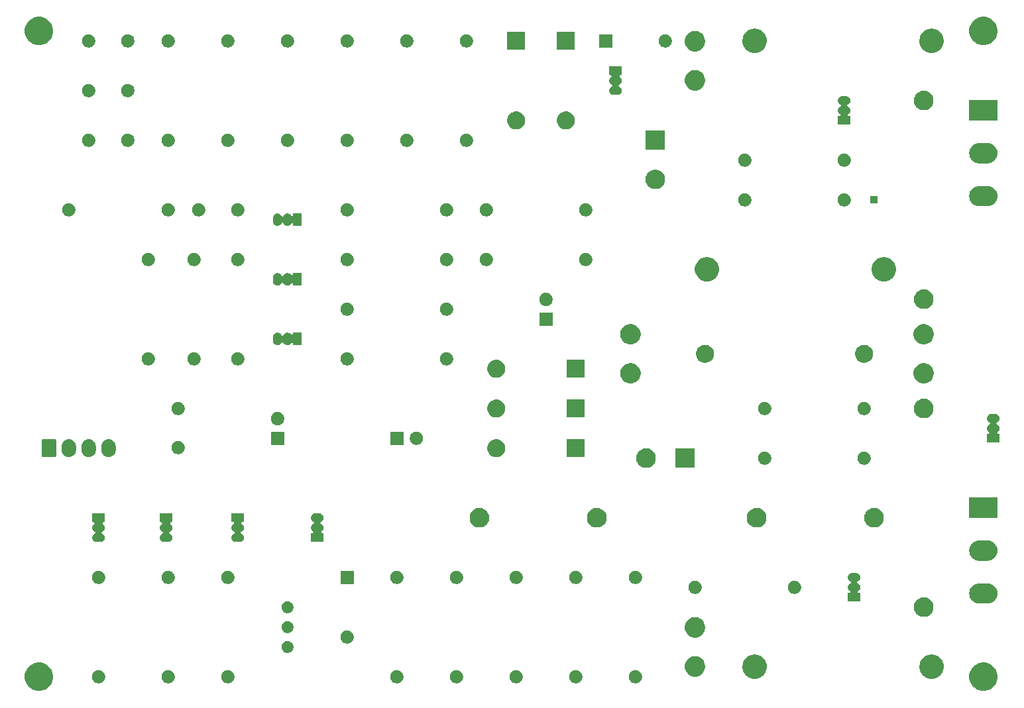
<source format=gbr>
G04 #@! TF.GenerationSoftware,KiCad,Pcbnew,5.1.5-1.fc31*
G04 #@! TF.CreationDate,2020-04-14T16:18:05+01:00*
G04 #@! TF.ProjectId,AR_A60_PA_25502_Issue8_v8.0,41525f41-3630-45f5-9041-5f3235353032,rev?*
G04 #@! TF.SameCoordinates,Original*
G04 #@! TF.FileFunction,Soldermask,Top*
G04 #@! TF.FilePolarity,Negative*
%FSLAX46Y46*%
G04 Gerber Fmt 4.6, Leading zero omitted, Abs format (unit mm)*
G04 Created by KiCad (PCBNEW 5.1.5-1.fc31) date 2020-04-14 16:18:05*
%MOMM*%
%LPD*%
G04 APERTURE LIST*
%ADD10C,0.100000*%
G04 APERTURE END LIST*
D10*
G36*
X93235331Y-135428211D02*
G01*
X93563092Y-135563974D01*
X93858070Y-135761072D01*
X94108928Y-136011930D01*
X94306026Y-136306908D01*
X94441789Y-136634669D01*
X94511000Y-136982616D01*
X94511000Y-137337384D01*
X94441789Y-137685331D01*
X94306026Y-138013092D01*
X94108928Y-138308070D01*
X93858070Y-138558928D01*
X93563092Y-138756026D01*
X93235331Y-138891789D01*
X92887384Y-138961000D01*
X92532616Y-138961000D01*
X92184669Y-138891789D01*
X91856908Y-138756026D01*
X91561930Y-138558928D01*
X91311072Y-138308070D01*
X91113974Y-138013092D01*
X90978211Y-137685331D01*
X90909000Y-137337384D01*
X90909000Y-136982616D01*
X90978211Y-136634669D01*
X91113974Y-136306908D01*
X91311072Y-136011930D01*
X91561930Y-135761072D01*
X91856908Y-135563974D01*
X92184669Y-135428211D01*
X92532616Y-135359000D01*
X92887384Y-135359000D01*
X93235331Y-135428211D01*
G37*
G36*
X213885331Y-135428211D02*
G01*
X214213092Y-135563974D01*
X214508070Y-135761072D01*
X214758928Y-136011930D01*
X214956026Y-136306908D01*
X215091789Y-136634669D01*
X215161000Y-136982616D01*
X215161000Y-137337384D01*
X215091789Y-137685331D01*
X214956026Y-138013092D01*
X214758928Y-138308070D01*
X214508070Y-138558928D01*
X214213092Y-138756026D01*
X213885331Y-138891789D01*
X213537384Y-138961000D01*
X213182616Y-138961000D01*
X212834669Y-138891789D01*
X212506908Y-138756026D01*
X212211930Y-138558928D01*
X211961072Y-138308070D01*
X211763974Y-138013092D01*
X211628211Y-137685331D01*
X211559000Y-137337384D01*
X211559000Y-136982616D01*
X211628211Y-136634669D01*
X211763974Y-136306908D01*
X211961072Y-136011930D01*
X212211930Y-135761072D01*
X212506908Y-135563974D01*
X212834669Y-135428211D01*
X213182616Y-135359000D01*
X213537384Y-135359000D01*
X213885331Y-135428211D01*
G37*
G36*
X138678228Y-136341703D02*
G01*
X138833100Y-136405853D01*
X138972481Y-136498985D01*
X139091015Y-136617519D01*
X139184147Y-136756900D01*
X139248297Y-136911772D01*
X139281000Y-137076184D01*
X139281000Y-137243816D01*
X139248297Y-137408228D01*
X139184147Y-137563100D01*
X139091015Y-137702481D01*
X138972481Y-137821015D01*
X138833100Y-137914147D01*
X138678228Y-137978297D01*
X138513816Y-138011000D01*
X138346184Y-138011000D01*
X138181772Y-137978297D01*
X138026900Y-137914147D01*
X137887519Y-137821015D01*
X137768985Y-137702481D01*
X137675853Y-137563100D01*
X137611703Y-137408228D01*
X137579000Y-137243816D01*
X137579000Y-137076184D01*
X137611703Y-136911772D01*
X137675853Y-136756900D01*
X137768985Y-136617519D01*
X137887519Y-136498985D01*
X138026900Y-136405853D01*
X138181772Y-136341703D01*
X138346184Y-136309000D01*
X138513816Y-136309000D01*
X138678228Y-136341703D01*
G37*
G36*
X100578228Y-136341703D02*
G01*
X100733100Y-136405853D01*
X100872481Y-136498985D01*
X100991015Y-136617519D01*
X101084147Y-136756900D01*
X101148297Y-136911772D01*
X101181000Y-137076184D01*
X101181000Y-137243816D01*
X101148297Y-137408228D01*
X101084147Y-137563100D01*
X100991015Y-137702481D01*
X100872481Y-137821015D01*
X100733100Y-137914147D01*
X100578228Y-137978297D01*
X100413816Y-138011000D01*
X100246184Y-138011000D01*
X100081772Y-137978297D01*
X99926900Y-137914147D01*
X99787519Y-137821015D01*
X99668985Y-137702481D01*
X99575853Y-137563100D01*
X99511703Y-137408228D01*
X99479000Y-137243816D01*
X99479000Y-137076184D01*
X99511703Y-136911772D01*
X99575853Y-136756900D01*
X99668985Y-136617519D01*
X99787519Y-136498985D01*
X99926900Y-136405853D01*
X100081772Y-136341703D01*
X100246184Y-136309000D01*
X100413816Y-136309000D01*
X100578228Y-136341703D01*
G37*
G36*
X109468228Y-136341703D02*
G01*
X109623100Y-136405853D01*
X109762481Y-136498985D01*
X109881015Y-136617519D01*
X109974147Y-136756900D01*
X110038297Y-136911772D01*
X110071000Y-137076184D01*
X110071000Y-137243816D01*
X110038297Y-137408228D01*
X109974147Y-137563100D01*
X109881015Y-137702481D01*
X109762481Y-137821015D01*
X109623100Y-137914147D01*
X109468228Y-137978297D01*
X109303816Y-138011000D01*
X109136184Y-138011000D01*
X108971772Y-137978297D01*
X108816900Y-137914147D01*
X108677519Y-137821015D01*
X108558985Y-137702481D01*
X108465853Y-137563100D01*
X108401703Y-137408228D01*
X108369000Y-137243816D01*
X108369000Y-137076184D01*
X108401703Y-136911772D01*
X108465853Y-136756900D01*
X108558985Y-136617519D01*
X108677519Y-136498985D01*
X108816900Y-136405853D01*
X108971772Y-136341703D01*
X109136184Y-136309000D01*
X109303816Y-136309000D01*
X109468228Y-136341703D01*
G37*
G36*
X117088228Y-136341703D02*
G01*
X117243100Y-136405853D01*
X117382481Y-136498985D01*
X117501015Y-136617519D01*
X117594147Y-136756900D01*
X117658297Y-136911772D01*
X117691000Y-137076184D01*
X117691000Y-137243816D01*
X117658297Y-137408228D01*
X117594147Y-137563100D01*
X117501015Y-137702481D01*
X117382481Y-137821015D01*
X117243100Y-137914147D01*
X117088228Y-137978297D01*
X116923816Y-138011000D01*
X116756184Y-138011000D01*
X116591772Y-137978297D01*
X116436900Y-137914147D01*
X116297519Y-137821015D01*
X116178985Y-137702481D01*
X116085853Y-137563100D01*
X116021703Y-137408228D01*
X115989000Y-137243816D01*
X115989000Y-137076184D01*
X116021703Y-136911772D01*
X116085853Y-136756900D01*
X116178985Y-136617519D01*
X116297519Y-136498985D01*
X116436900Y-136405853D01*
X116591772Y-136341703D01*
X116756184Y-136309000D01*
X116923816Y-136309000D01*
X117088228Y-136341703D01*
G37*
G36*
X153918228Y-136341703D02*
G01*
X154073100Y-136405853D01*
X154212481Y-136498985D01*
X154331015Y-136617519D01*
X154424147Y-136756900D01*
X154488297Y-136911772D01*
X154521000Y-137076184D01*
X154521000Y-137243816D01*
X154488297Y-137408228D01*
X154424147Y-137563100D01*
X154331015Y-137702481D01*
X154212481Y-137821015D01*
X154073100Y-137914147D01*
X153918228Y-137978297D01*
X153753816Y-138011000D01*
X153586184Y-138011000D01*
X153421772Y-137978297D01*
X153266900Y-137914147D01*
X153127519Y-137821015D01*
X153008985Y-137702481D01*
X152915853Y-137563100D01*
X152851703Y-137408228D01*
X152819000Y-137243816D01*
X152819000Y-137076184D01*
X152851703Y-136911772D01*
X152915853Y-136756900D01*
X153008985Y-136617519D01*
X153127519Y-136498985D01*
X153266900Y-136405853D01*
X153421772Y-136341703D01*
X153586184Y-136309000D01*
X153753816Y-136309000D01*
X153918228Y-136341703D01*
G37*
G36*
X161538228Y-136341703D02*
G01*
X161693100Y-136405853D01*
X161832481Y-136498985D01*
X161951015Y-136617519D01*
X162044147Y-136756900D01*
X162108297Y-136911772D01*
X162141000Y-137076184D01*
X162141000Y-137243816D01*
X162108297Y-137408228D01*
X162044147Y-137563100D01*
X161951015Y-137702481D01*
X161832481Y-137821015D01*
X161693100Y-137914147D01*
X161538228Y-137978297D01*
X161373816Y-138011000D01*
X161206184Y-138011000D01*
X161041772Y-137978297D01*
X160886900Y-137914147D01*
X160747519Y-137821015D01*
X160628985Y-137702481D01*
X160535853Y-137563100D01*
X160471703Y-137408228D01*
X160439000Y-137243816D01*
X160439000Y-137076184D01*
X160471703Y-136911772D01*
X160535853Y-136756900D01*
X160628985Y-136617519D01*
X160747519Y-136498985D01*
X160886900Y-136405853D01*
X161041772Y-136341703D01*
X161206184Y-136309000D01*
X161373816Y-136309000D01*
X161538228Y-136341703D01*
G37*
G36*
X146298228Y-136341703D02*
G01*
X146453100Y-136405853D01*
X146592481Y-136498985D01*
X146711015Y-136617519D01*
X146804147Y-136756900D01*
X146868297Y-136911772D01*
X146901000Y-137076184D01*
X146901000Y-137243816D01*
X146868297Y-137408228D01*
X146804147Y-137563100D01*
X146711015Y-137702481D01*
X146592481Y-137821015D01*
X146453100Y-137914147D01*
X146298228Y-137978297D01*
X146133816Y-138011000D01*
X145966184Y-138011000D01*
X145801772Y-137978297D01*
X145646900Y-137914147D01*
X145507519Y-137821015D01*
X145388985Y-137702481D01*
X145295853Y-137563100D01*
X145231703Y-137408228D01*
X145199000Y-137243816D01*
X145199000Y-137076184D01*
X145231703Y-136911772D01*
X145295853Y-136756900D01*
X145388985Y-136617519D01*
X145507519Y-136498985D01*
X145646900Y-136405853D01*
X145801772Y-136341703D01*
X145966184Y-136309000D01*
X146133816Y-136309000D01*
X146298228Y-136341703D01*
G37*
G36*
X169158228Y-136341703D02*
G01*
X169313100Y-136405853D01*
X169452481Y-136498985D01*
X169571015Y-136617519D01*
X169664147Y-136756900D01*
X169728297Y-136911772D01*
X169761000Y-137076184D01*
X169761000Y-137243816D01*
X169728297Y-137408228D01*
X169664147Y-137563100D01*
X169571015Y-137702481D01*
X169452481Y-137821015D01*
X169313100Y-137914147D01*
X169158228Y-137978297D01*
X168993816Y-138011000D01*
X168826184Y-138011000D01*
X168661772Y-137978297D01*
X168506900Y-137914147D01*
X168367519Y-137821015D01*
X168248985Y-137702481D01*
X168155853Y-137563100D01*
X168091703Y-137408228D01*
X168059000Y-137243816D01*
X168059000Y-137076184D01*
X168091703Y-136911772D01*
X168155853Y-136756900D01*
X168248985Y-136617519D01*
X168367519Y-136498985D01*
X168506900Y-136405853D01*
X168661772Y-136341703D01*
X168826184Y-136309000D01*
X168993816Y-136309000D01*
X169158228Y-136341703D01*
G37*
G36*
X184452585Y-134368802D02*
G01*
X184602410Y-134398604D01*
X184884674Y-134515521D01*
X185138705Y-134685259D01*
X185354741Y-134901295D01*
X185524479Y-135155326D01*
X185641396Y-135437590D01*
X185671198Y-135587415D01*
X185697942Y-135721863D01*
X185701000Y-135737240D01*
X185701000Y-136042760D01*
X185641396Y-136342410D01*
X185524479Y-136624674D01*
X185354741Y-136878705D01*
X185138705Y-137094741D01*
X184884674Y-137264479D01*
X184602410Y-137381396D01*
X184467516Y-137408228D01*
X184302761Y-137441000D01*
X183997239Y-137441000D01*
X183832484Y-137408228D01*
X183697590Y-137381396D01*
X183415326Y-137264479D01*
X183161295Y-137094741D01*
X182945259Y-136878705D01*
X182775521Y-136624674D01*
X182658604Y-136342410D01*
X182599000Y-136042760D01*
X182599000Y-135737240D01*
X182602059Y-135721863D01*
X182628802Y-135587415D01*
X182658604Y-135437590D01*
X182775521Y-135155326D01*
X182945259Y-134901295D01*
X183161295Y-134685259D01*
X183415326Y-134515521D01*
X183697590Y-134398604D01*
X183847415Y-134368802D01*
X183997239Y-134339000D01*
X184302761Y-134339000D01*
X184452585Y-134368802D01*
G37*
G36*
X207052585Y-134368802D02*
G01*
X207202410Y-134398604D01*
X207484674Y-134515521D01*
X207738705Y-134685259D01*
X207954741Y-134901295D01*
X208124479Y-135155326D01*
X208241396Y-135437590D01*
X208271198Y-135587415D01*
X208297942Y-135721863D01*
X208301000Y-135737240D01*
X208301000Y-136042760D01*
X208241396Y-136342410D01*
X208124479Y-136624674D01*
X207954741Y-136878705D01*
X207738705Y-137094741D01*
X207484674Y-137264479D01*
X207202410Y-137381396D01*
X207067516Y-137408228D01*
X206902761Y-137441000D01*
X206597239Y-137441000D01*
X206432484Y-137408228D01*
X206297590Y-137381396D01*
X206015326Y-137264479D01*
X205761295Y-137094741D01*
X205545259Y-136878705D01*
X205375521Y-136624674D01*
X205258604Y-136342410D01*
X205199000Y-136042760D01*
X205199000Y-135737240D01*
X205202059Y-135721863D01*
X205228802Y-135587415D01*
X205258604Y-135437590D01*
X205375521Y-135155326D01*
X205545259Y-134901295D01*
X205761295Y-134685259D01*
X206015326Y-134515521D01*
X206297590Y-134398604D01*
X206447415Y-134368802D01*
X206597239Y-134339000D01*
X206902761Y-134339000D01*
X207052585Y-134368802D01*
G37*
G36*
X176909487Y-134598996D02*
G01*
X177117746Y-134685260D01*
X177146255Y-134697069D01*
X177359339Y-134839447D01*
X177540553Y-135020661D01*
X177630535Y-135155328D01*
X177682932Y-135233747D01*
X177781004Y-135470513D01*
X177831000Y-135721861D01*
X177831000Y-135978139D01*
X177781004Y-136229487D01*
X177682932Y-136466253D01*
X177682931Y-136466255D01*
X177540553Y-136679339D01*
X177359339Y-136860553D01*
X177146255Y-137002931D01*
X177146254Y-137002932D01*
X177146253Y-137002932D01*
X176909487Y-137101004D01*
X176658139Y-137151000D01*
X176401861Y-137151000D01*
X176150513Y-137101004D01*
X175913747Y-137002932D01*
X175913746Y-137002932D01*
X175913745Y-137002931D01*
X175700661Y-136860553D01*
X175519447Y-136679339D01*
X175377069Y-136466255D01*
X175377068Y-136466253D01*
X175278996Y-136229487D01*
X175229000Y-135978139D01*
X175229000Y-135721861D01*
X175278996Y-135470513D01*
X175377068Y-135233747D01*
X175429466Y-135155328D01*
X175519447Y-135020661D01*
X175700661Y-134839447D01*
X175913745Y-134697069D01*
X175942254Y-134685260D01*
X176150513Y-134598996D01*
X176401861Y-134549000D01*
X176658139Y-134549000D01*
X176909487Y-134598996D01*
G37*
G36*
X124585589Y-132588876D02*
G01*
X124684893Y-132608629D01*
X124825206Y-132666748D01*
X124951484Y-132751125D01*
X125058875Y-132858516D01*
X125143252Y-132984794D01*
X125201371Y-133125107D01*
X125231000Y-133274063D01*
X125231000Y-133425937D01*
X125201371Y-133574893D01*
X125143252Y-133715206D01*
X125058875Y-133841484D01*
X124951484Y-133948875D01*
X124825206Y-134033252D01*
X124684893Y-134091371D01*
X124585589Y-134111124D01*
X124535938Y-134121000D01*
X124384062Y-134121000D01*
X124334411Y-134111124D01*
X124235107Y-134091371D01*
X124094794Y-134033252D01*
X123968516Y-133948875D01*
X123861125Y-133841484D01*
X123776748Y-133715206D01*
X123718629Y-133574893D01*
X123689000Y-133425937D01*
X123689000Y-133274063D01*
X123718629Y-133125107D01*
X123776748Y-132984794D01*
X123861125Y-132858516D01*
X123968516Y-132751125D01*
X124094794Y-132666748D01*
X124235107Y-132608629D01*
X124334411Y-132588876D01*
X124384062Y-132579000D01*
X124535938Y-132579000D01*
X124585589Y-132588876D01*
G37*
G36*
X132328228Y-131261703D02*
G01*
X132483100Y-131325853D01*
X132622481Y-131418985D01*
X132741015Y-131537519D01*
X132834147Y-131676900D01*
X132898297Y-131831772D01*
X132931000Y-131996184D01*
X132931000Y-132163816D01*
X132898297Y-132328228D01*
X132834147Y-132483100D01*
X132741015Y-132622481D01*
X132622481Y-132741015D01*
X132483100Y-132834147D01*
X132328228Y-132898297D01*
X132163816Y-132931000D01*
X131996184Y-132931000D01*
X131831772Y-132898297D01*
X131676900Y-132834147D01*
X131537519Y-132741015D01*
X131418985Y-132622481D01*
X131325853Y-132483100D01*
X131261703Y-132328228D01*
X131229000Y-132163816D01*
X131229000Y-131996184D01*
X131261703Y-131831772D01*
X131325853Y-131676900D01*
X131418985Y-131537519D01*
X131537519Y-131418985D01*
X131676900Y-131325853D01*
X131831772Y-131261703D01*
X131996184Y-131229000D01*
X132163816Y-131229000D01*
X132328228Y-131261703D01*
G37*
G36*
X176909487Y-129598996D02*
G01*
X177146253Y-129697068D01*
X177146255Y-129697069D01*
X177359339Y-129839447D01*
X177540553Y-130020661D01*
X177682932Y-130233747D01*
X177781004Y-130470513D01*
X177831000Y-130721861D01*
X177831000Y-130978139D01*
X177781004Y-131229487D01*
X177706699Y-131408875D01*
X177682931Y-131466255D01*
X177540553Y-131679339D01*
X177359339Y-131860553D01*
X177146255Y-132002931D01*
X177146254Y-132002932D01*
X177146253Y-132002932D01*
X176909487Y-132101004D01*
X176658139Y-132151000D01*
X176401861Y-132151000D01*
X176150513Y-132101004D01*
X175913747Y-132002932D01*
X175913746Y-132002932D01*
X175913745Y-132002931D01*
X175700661Y-131860553D01*
X175519447Y-131679339D01*
X175377069Y-131466255D01*
X175353301Y-131408875D01*
X175278996Y-131229487D01*
X175229000Y-130978139D01*
X175229000Y-130721861D01*
X175278996Y-130470513D01*
X175377068Y-130233747D01*
X175519447Y-130020661D01*
X175700661Y-129839447D01*
X175913745Y-129697069D01*
X175913747Y-129697068D01*
X176150513Y-129598996D01*
X176401861Y-129549000D01*
X176658139Y-129549000D01*
X176909487Y-129598996D01*
G37*
G36*
X124585589Y-130048876D02*
G01*
X124684893Y-130068629D01*
X124825206Y-130126748D01*
X124951484Y-130211125D01*
X125058875Y-130318516D01*
X125143252Y-130444794D01*
X125201371Y-130585107D01*
X125231000Y-130734063D01*
X125231000Y-130885937D01*
X125201371Y-131034893D01*
X125143252Y-131175206D01*
X125058875Y-131301484D01*
X124951484Y-131408875D01*
X124825206Y-131493252D01*
X124684893Y-131551371D01*
X124585589Y-131571124D01*
X124535938Y-131581000D01*
X124384062Y-131581000D01*
X124334411Y-131571124D01*
X124235107Y-131551371D01*
X124094794Y-131493252D01*
X123968516Y-131408875D01*
X123861125Y-131301484D01*
X123776748Y-131175206D01*
X123718629Y-131034893D01*
X123689000Y-130885937D01*
X123689000Y-130734063D01*
X123718629Y-130585107D01*
X123776748Y-130444794D01*
X123861125Y-130318516D01*
X123968516Y-130211125D01*
X124094794Y-130126748D01*
X124235107Y-130068629D01*
X124334411Y-130048876D01*
X124384062Y-130039000D01*
X124535938Y-130039000D01*
X124585589Y-130048876D01*
G37*
G36*
X206104903Y-127067075D02*
G01*
X206332571Y-127161378D01*
X206537466Y-127298285D01*
X206711715Y-127472534D01*
X206848622Y-127677429D01*
X206848623Y-127677431D01*
X206869479Y-127727782D01*
X206942925Y-127905097D01*
X206991000Y-128146787D01*
X206991000Y-128393213D01*
X206942925Y-128634903D01*
X206848622Y-128862571D01*
X206711715Y-129067466D01*
X206537466Y-129241715D01*
X206332571Y-129378622D01*
X206332570Y-129378623D01*
X206332569Y-129378623D01*
X206104903Y-129472925D01*
X205863214Y-129521000D01*
X205616786Y-129521000D01*
X205375097Y-129472925D01*
X205147431Y-129378623D01*
X205147430Y-129378623D01*
X205147429Y-129378622D01*
X204942534Y-129241715D01*
X204768285Y-129067466D01*
X204631378Y-128862571D01*
X204537075Y-128634903D01*
X204489000Y-128393213D01*
X204489000Y-128146787D01*
X204537075Y-127905097D01*
X204610521Y-127727782D01*
X204631377Y-127677431D01*
X204631378Y-127677429D01*
X204768285Y-127472534D01*
X204942534Y-127298285D01*
X205147429Y-127161378D01*
X205375097Y-127067075D01*
X205616786Y-127019000D01*
X205863214Y-127019000D01*
X206104903Y-127067075D01*
G37*
G36*
X124585589Y-127508876D02*
G01*
X124684893Y-127528629D01*
X124825206Y-127586748D01*
X124951484Y-127671125D01*
X125058875Y-127778516D01*
X125143252Y-127904794D01*
X125201371Y-128045107D01*
X125231000Y-128194063D01*
X125231000Y-128345937D01*
X125201371Y-128494893D01*
X125143252Y-128635206D01*
X125058875Y-128761484D01*
X124951484Y-128868875D01*
X124825206Y-128953252D01*
X124684893Y-129011371D01*
X124585589Y-129031124D01*
X124535938Y-129041000D01*
X124384062Y-129041000D01*
X124334411Y-129031124D01*
X124235107Y-129011371D01*
X124094794Y-128953252D01*
X123968516Y-128868875D01*
X123861125Y-128761484D01*
X123776748Y-128635206D01*
X123718629Y-128494893D01*
X123689000Y-128345937D01*
X123689000Y-128194063D01*
X123718629Y-128045107D01*
X123776748Y-127904794D01*
X123861125Y-127778516D01*
X123968516Y-127671125D01*
X124094794Y-127586748D01*
X124235107Y-127528629D01*
X124334411Y-127508876D01*
X124384062Y-127499000D01*
X124535938Y-127499000D01*
X124585589Y-127508876D01*
G37*
G36*
X214019473Y-125228413D02*
G01*
X214115040Y-125237825D01*
X214360280Y-125312218D01*
X214586294Y-125433025D01*
X214637899Y-125475376D01*
X214784397Y-125595603D01*
X214894693Y-125730000D01*
X214946975Y-125793706D01*
X215067782Y-126019720D01*
X215142175Y-126264960D01*
X215167294Y-126520000D01*
X215142175Y-126775040D01*
X215067782Y-127020280D01*
X214946975Y-127246294D01*
X214904624Y-127297899D01*
X214784397Y-127444397D01*
X214637899Y-127564624D01*
X214586294Y-127606975D01*
X214360280Y-127727782D01*
X214115040Y-127802175D01*
X214019472Y-127811588D01*
X213923906Y-127821000D01*
X212796094Y-127821000D01*
X212700528Y-127811588D01*
X212604960Y-127802175D01*
X212359720Y-127727782D01*
X212133706Y-127606975D01*
X212082101Y-127564624D01*
X211935603Y-127444397D01*
X211815376Y-127297899D01*
X211773025Y-127246294D01*
X211652218Y-127020280D01*
X211577825Y-126775040D01*
X211552706Y-126520000D01*
X211577825Y-126264960D01*
X211652218Y-126019720D01*
X211773025Y-125793706D01*
X211825307Y-125730000D01*
X211935603Y-125595603D01*
X212082101Y-125475376D01*
X212133706Y-125433025D01*
X212359720Y-125312218D01*
X212604960Y-125237825D01*
X212700527Y-125228413D01*
X212796094Y-125219000D01*
X213923906Y-125219000D01*
X214019473Y-125228413D01*
G37*
G36*
X197208015Y-123916973D02*
G01*
X197311879Y-123948479D01*
X197339055Y-123963005D01*
X197407600Y-123999643D01*
X197491501Y-124068499D01*
X197560357Y-124152400D01*
X197592091Y-124211771D01*
X197611521Y-124248121D01*
X197643027Y-124351985D01*
X197653666Y-124460000D01*
X197643027Y-124568015D01*
X197611521Y-124671879D01*
X197611519Y-124671882D01*
X197560357Y-124767600D01*
X197491501Y-124851501D01*
X197407600Y-124920357D01*
X197339055Y-124956995D01*
X197311879Y-124971521D01*
X197299131Y-124975388D01*
X197276504Y-124984760D01*
X197256130Y-124998374D01*
X197238803Y-125015701D01*
X197225189Y-125036075D01*
X197215812Y-125058714D01*
X197211031Y-125082747D01*
X197211031Y-125107251D01*
X197215811Y-125131285D01*
X197225188Y-125153924D01*
X197238802Y-125174298D01*
X197256129Y-125191625D01*
X197276503Y-125205239D01*
X197299131Y-125214612D01*
X197311879Y-125218479D01*
X197339055Y-125233005D01*
X197407600Y-125269643D01*
X197491501Y-125338499D01*
X197560357Y-125422400D01*
X197592091Y-125481771D01*
X197611521Y-125518121D01*
X197643027Y-125621985D01*
X197653666Y-125730000D01*
X197643027Y-125838015D01*
X197611521Y-125941879D01*
X197611519Y-125941882D01*
X197560357Y-126037600D01*
X197491501Y-126121501D01*
X197407600Y-126190356D01*
X197363807Y-126213764D01*
X197343437Y-126227375D01*
X197326110Y-126244702D01*
X197312496Y-126265076D01*
X197303119Y-126287715D01*
X197298338Y-126311748D01*
X197298338Y-126336252D01*
X197303118Y-126360286D01*
X197312495Y-126382924D01*
X197326109Y-126403299D01*
X197343436Y-126420626D01*
X197363810Y-126434240D01*
X197386449Y-126443617D01*
X197410482Y-126448398D01*
X197422735Y-126449000D01*
X197651000Y-126449000D01*
X197651000Y-127551000D01*
X196049000Y-127551000D01*
X196049000Y-126449000D01*
X196277265Y-126449000D01*
X196301651Y-126446598D01*
X196325100Y-126439485D01*
X196346711Y-126427934D01*
X196365653Y-126412389D01*
X196381198Y-126393447D01*
X196392749Y-126371836D01*
X196399862Y-126348387D01*
X196402264Y-126324001D01*
X196399862Y-126299615D01*
X196392749Y-126276166D01*
X196381198Y-126254555D01*
X196365653Y-126235613D01*
X196346711Y-126220068D01*
X196336198Y-126213767D01*
X196292400Y-126190356D01*
X196208499Y-126121501D01*
X196139643Y-126037600D01*
X196088481Y-125941882D01*
X196088479Y-125941879D01*
X196056973Y-125838015D01*
X196046334Y-125730000D01*
X196056973Y-125621985D01*
X196088479Y-125518121D01*
X196107909Y-125481771D01*
X196139643Y-125422400D01*
X196208499Y-125338499D01*
X196292400Y-125269643D01*
X196360945Y-125233005D01*
X196388121Y-125218479D01*
X196400869Y-125214612D01*
X196423496Y-125205240D01*
X196443870Y-125191626D01*
X196461197Y-125174299D01*
X196474811Y-125153925D01*
X196484188Y-125131286D01*
X196488969Y-125107253D01*
X196488969Y-125082749D01*
X196484189Y-125058715D01*
X196474812Y-125036076D01*
X196461198Y-125015702D01*
X196443871Y-124998375D01*
X196423497Y-124984761D01*
X196400869Y-124975388D01*
X196388121Y-124971521D01*
X196360945Y-124956995D01*
X196292400Y-124920357D01*
X196208499Y-124851501D01*
X196139643Y-124767600D01*
X196088481Y-124671882D01*
X196088479Y-124671879D01*
X196056973Y-124568015D01*
X196046334Y-124460000D01*
X196056973Y-124351985D01*
X196088479Y-124248121D01*
X196107909Y-124211771D01*
X196139643Y-124152400D01*
X196208499Y-124068499D01*
X196292400Y-123999643D01*
X196360945Y-123963005D01*
X196388121Y-123948479D01*
X196491985Y-123916973D01*
X196572933Y-123909000D01*
X197127067Y-123909000D01*
X197208015Y-123916973D01*
G37*
G36*
X176778228Y-124911703D02*
G01*
X176933100Y-124975853D01*
X177072481Y-125068985D01*
X177191015Y-125187519D01*
X177284147Y-125326900D01*
X177348297Y-125481772D01*
X177381000Y-125646184D01*
X177381000Y-125813816D01*
X177348297Y-125978228D01*
X177284147Y-126133100D01*
X177191015Y-126272481D01*
X177072481Y-126391015D01*
X176933100Y-126484147D01*
X176778228Y-126548297D01*
X176613816Y-126581000D01*
X176446184Y-126581000D01*
X176281772Y-126548297D01*
X176126900Y-126484147D01*
X175987519Y-126391015D01*
X175868985Y-126272481D01*
X175775853Y-126133100D01*
X175711703Y-125978228D01*
X175679000Y-125813816D01*
X175679000Y-125646184D01*
X175711703Y-125481772D01*
X175775853Y-125326900D01*
X175868985Y-125187519D01*
X175987519Y-125068985D01*
X176126900Y-124975853D01*
X176281772Y-124911703D01*
X176446184Y-124879000D01*
X176613816Y-124879000D01*
X176778228Y-124911703D01*
G37*
G36*
X189478228Y-124911703D02*
G01*
X189633100Y-124975853D01*
X189772481Y-125068985D01*
X189891015Y-125187519D01*
X189984147Y-125326900D01*
X190048297Y-125481772D01*
X190081000Y-125646184D01*
X190081000Y-125813816D01*
X190048297Y-125978228D01*
X189984147Y-126133100D01*
X189891015Y-126272481D01*
X189772481Y-126391015D01*
X189633100Y-126484147D01*
X189478228Y-126548297D01*
X189313816Y-126581000D01*
X189146184Y-126581000D01*
X188981772Y-126548297D01*
X188826900Y-126484147D01*
X188687519Y-126391015D01*
X188568985Y-126272481D01*
X188475853Y-126133100D01*
X188411703Y-125978228D01*
X188379000Y-125813816D01*
X188379000Y-125646184D01*
X188411703Y-125481772D01*
X188475853Y-125326900D01*
X188568985Y-125187519D01*
X188687519Y-125068985D01*
X188826900Y-124975853D01*
X188981772Y-124911703D01*
X189146184Y-124879000D01*
X189313816Y-124879000D01*
X189478228Y-124911703D01*
G37*
G36*
X161538228Y-123641703D02*
G01*
X161693100Y-123705853D01*
X161832481Y-123798985D01*
X161951015Y-123917519D01*
X162044147Y-124056900D01*
X162108297Y-124211772D01*
X162141000Y-124376184D01*
X162141000Y-124543816D01*
X162108297Y-124708228D01*
X162044147Y-124863100D01*
X161951015Y-125002481D01*
X161832481Y-125121015D01*
X161693100Y-125214147D01*
X161538228Y-125278297D01*
X161373816Y-125311000D01*
X161206184Y-125311000D01*
X161041772Y-125278297D01*
X160886900Y-125214147D01*
X160747519Y-125121015D01*
X160628985Y-125002481D01*
X160535853Y-124863100D01*
X160471703Y-124708228D01*
X160439000Y-124543816D01*
X160439000Y-124376184D01*
X160471703Y-124211772D01*
X160535853Y-124056900D01*
X160628985Y-123917519D01*
X160747519Y-123798985D01*
X160886900Y-123705853D01*
X161041772Y-123641703D01*
X161206184Y-123609000D01*
X161373816Y-123609000D01*
X161538228Y-123641703D01*
G37*
G36*
X153918228Y-123641703D02*
G01*
X154073100Y-123705853D01*
X154212481Y-123798985D01*
X154331015Y-123917519D01*
X154424147Y-124056900D01*
X154488297Y-124211772D01*
X154521000Y-124376184D01*
X154521000Y-124543816D01*
X154488297Y-124708228D01*
X154424147Y-124863100D01*
X154331015Y-125002481D01*
X154212481Y-125121015D01*
X154073100Y-125214147D01*
X153918228Y-125278297D01*
X153753816Y-125311000D01*
X153586184Y-125311000D01*
X153421772Y-125278297D01*
X153266900Y-125214147D01*
X153127519Y-125121015D01*
X153008985Y-125002481D01*
X152915853Y-124863100D01*
X152851703Y-124708228D01*
X152819000Y-124543816D01*
X152819000Y-124376184D01*
X152851703Y-124211772D01*
X152915853Y-124056900D01*
X153008985Y-123917519D01*
X153127519Y-123798985D01*
X153266900Y-123705853D01*
X153421772Y-123641703D01*
X153586184Y-123609000D01*
X153753816Y-123609000D01*
X153918228Y-123641703D01*
G37*
G36*
X169158228Y-123641703D02*
G01*
X169313100Y-123705853D01*
X169452481Y-123798985D01*
X169571015Y-123917519D01*
X169664147Y-124056900D01*
X169728297Y-124211772D01*
X169761000Y-124376184D01*
X169761000Y-124543816D01*
X169728297Y-124708228D01*
X169664147Y-124863100D01*
X169571015Y-125002481D01*
X169452481Y-125121015D01*
X169313100Y-125214147D01*
X169158228Y-125278297D01*
X168993816Y-125311000D01*
X168826184Y-125311000D01*
X168661772Y-125278297D01*
X168506900Y-125214147D01*
X168367519Y-125121015D01*
X168248985Y-125002481D01*
X168155853Y-124863100D01*
X168091703Y-124708228D01*
X168059000Y-124543816D01*
X168059000Y-124376184D01*
X168091703Y-124211772D01*
X168155853Y-124056900D01*
X168248985Y-123917519D01*
X168367519Y-123798985D01*
X168506900Y-123705853D01*
X168661772Y-123641703D01*
X168826184Y-123609000D01*
X168993816Y-123609000D01*
X169158228Y-123641703D01*
G37*
G36*
X117088228Y-123641703D02*
G01*
X117243100Y-123705853D01*
X117382481Y-123798985D01*
X117501015Y-123917519D01*
X117594147Y-124056900D01*
X117658297Y-124211772D01*
X117691000Y-124376184D01*
X117691000Y-124543816D01*
X117658297Y-124708228D01*
X117594147Y-124863100D01*
X117501015Y-125002481D01*
X117382481Y-125121015D01*
X117243100Y-125214147D01*
X117088228Y-125278297D01*
X116923816Y-125311000D01*
X116756184Y-125311000D01*
X116591772Y-125278297D01*
X116436900Y-125214147D01*
X116297519Y-125121015D01*
X116178985Y-125002481D01*
X116085853Y-124863100D01*
X116021703Y-124708228D01*
X115989000Y-124543816D01*
X115989000Y-124376184D01*
X116021703Y-124211772D01*
X116085853Y-124056900D01*
X116178985Y-123917519D01*
X116297519Y-123798985D01*
X116436900Y-123705853D01*
X116591772Y-123641703D01*
X116756184Y-123609000D01*
X116923816Y-123609000D01*
X117088228Y-123641703D01*
G37*
G36*
X109468228Y-123641703D02*
G01*
X109623100Y-123705853D01*
X109762481Y-123798985D01*
X109881015Y-123917519D01*
X109974147Y-124056900D01*
X110038297Y-124211772D01*
X110071000Y-124376184D01*
X110071000Y-124543816D01*
X110038297Y-124708228D01*
X109974147Y-124863100D01*
X109881015Y-125002481D01*
X109762481Y-125121015D01*
X109623100Y-125214147D01*
X109468228Y-125278297D01*
X109303816Y-125311000D01*
X109136184Y-125311000D01*
X108971772Y-125278297D01*
X108816900Y-125214147D01*
X108677519Y-125121015D01*
X108558985Y-125002481D01*
X108465853Y-124863100D01*
X108401703Y-124708228D01*
X108369000Y-124543816D01*
X108369000Y-124376184D01*
X108401703Y-124211772D01*
X108465853Y-124056900D01*
X108558985Y-123917519D01*
X108677519Y-123798985D01*
X108816900Y-123705853D01*
X108971772Y-123641703D01*
X109136184Y-123609000D01*
X109303816Y-123609000D01*
X109468228Y-123641703D01*
G37*
G36*
X100578228Y-123641703D02*
G01*
X100733100Y-123705853D01*
X100872481Y-123798985D01*
X100991015Y-123917519D01*
X101084147Y-124056900D01*
X101148297Y-124211772D01*
X101181000Y-124376184D01*
X101181000Y-124543816D01*
X101148297Y-124708228D01*
X101084147Y-124863100D01*
X100991015Y-125002481D01*
X100872481Y-125121015D01*
X100733100Y-125214147D01*
X100578228Y-125278297D01*
X100413816Y-125311000D01*
X100246184Y-125311000D01*
X100081772Y-125278297D01*
X99926900Y-125214147D01*
X99787519Y-125121015D01*
X99668985Y-125002481D01*
X99575853Y-124863100D01*
X99511703Y-124708228D01*
X99479000Y-124543816D01*
X99479000Y-124376184D01*
X99511703Y-124211772D01*
X99575853Y-124056900D01*
X99668985Y-123917519D01*
X99787519Y-123798985D01*
X99926900Y-123705853D01*
X100081772Y-123641703D01*
X100246184Y-123609000D01*
X100413816Y-123609000D01*
X100578228Y-123641703D01*
G37*
G36*
X132931000Y-125311000D02*
G01*
X131229000Y-125311000D01*
X131229000Y-123609000D01*
X132931000Y-123609000D01*
X132931000Y-125311000D01*
G37*
G36*
X146298228Y-123641703D02*
G01*
X146453100Y-123705853D01*
X146592481Y-123798985D01*
X146711015Y-123917519D01*
X146804147Y-124056900D01*
X146868297Y-124211772D01*
X146901000Y-124376184D01*
X146901000Y-124543816D01*
X146868297Y-124708228D01*
X146804147Y-124863100D01*
X146711015Y-125002481D01*
X146592481Y-125121015D01*
X146453100Y-125214147D01*
X146298228Y-125278297D01*
X146133816Y-125311000D01*
X145966184Y-125311000D01*
X145801772Y-125278297D01*
X145646900Y-125214147D01*
X145507519Y-125121015D01*
X145388985Y-125002481D01*
X145295853Y-124863100D01*
X145231703Y-124708228D01*
X145199000Y-124543816D01*
X145199000Y-124376184D01*
X145231703Y-124211772D01*
X145295853Y-124056900D01*
X145388985Y-123917519D01*
X145507519Y-123798985D01*
X145646900Y-123705853D01*
X145801772Y-123641703D01*
X145966184Y-123609000D01*
X146133816Y-123609000D01*
X146298228Y-123641703D01*
G37*
G36*
X138678228Y-123641703D02*
G01*
X138833100Y-123705853D01*
X138972481Y-123798985D01*
X139091015Y-123917519D01*
X139184147Y-124056900D01*
X139248297Y-124211772D01*
X139281000Y-124376184D01*
X139281000Y-124543816D01*
X139248297Y-124708228D01*
X139184147Y-124863100D01*
X139091015Y-125002481D01*
X138972481Y-125121015D01*
X138833100Y-125214147D01*
X138678228Y-125278297D01*
X138513816Y-125311000D01*
X138346184Y-125311000D01*
X138181772Y-125278297D01*
X138026900Y-125214147D01*
X137887519Y-125121015D01*
X137768985Y-125002481D01*
X137675853Y-124863100D01*
X137611703Y-124708228D01*
X137579000Y-124543816D01*
X137579000Y-124376184D01*
X137611703Y-124211772D01*
X137675853Y-124056900D01*
X137768985Y-123917519D01*
X137887519Y-123798985D01*
X138026900Y-123705853D01*
X138181772Y-123641703D01*
X138346184Y-123609000D01*
X138513816Y-123609000D01*
X138678228Y-123641703D01*
G37*
G36*
X214019473Y-119753413D02*
G01*
X214115040Y-119762825D01*
X214360280Y-119837218D01*
X214360282Y-119837219D01*
X214461870Y-119891519D01*
X214586294Y-119958025D01*
X214637899Y-120000376D01*
X214784397Y-120120603D01*
X214904624Y-120267101D01*
X214946975Y-120318706D01*
X215067782Y-120544720D01*
X215142175Y-120789960D01*
X215167294Y-121045000D01*
X215142175Y-121300040D01*
X215067782Y-121545280D01*
X214946975Y-121771294D01*
X214904624Y-121822899D01*
X214784397Y-121969397D01*
X214637899Y-122089624D01*
X214586294Y-122131975D01*
X214360280Y-122252782D01*
X214115040Y-122327175D01*
X214019472Y-122336588D01*
X213923906Y-122346000D01*
X212796094Y-122346000D01*
X212700528Y-122336588D01*
X212604960Y-122327175D01*
X212359720Y-122252782D01*
X212133706Y-122131975D01*
X212082101Y-122089624D01*
X211935603Y-121969397D01*
X211815376Y-121822899D01*
X211773025Y-121771294D01*
X211652218Y-121545280D01*
X211577825Y-121300040D01*
X211552706Y-121045000D01*
X211577825Y-120789960D01*
X211652218Y-120544720D01*
X211773025Y-120318706D01*
X211815376Y-120267101D01*
X211935603Y-120120603D01*
X212082101Y-120000376D01*
X212133706Y-119958025D01*
X212258130Y-119891519D01*
X212359718Y-119837219D01*
X212359720Y-119837218D01*
X212604960Y-119762825D01*
X212700527Y-119753413D01*
X212796094Y-119744000D01*
X213923906Y-119744000D01*
X214019473Y-119753413D01*
G37*
G36*
X101131000Y-117416000D02*
G01*
X100966660Y-117416000D01*
X100942274Y-117418402D01*
X100918825Y-117425515D01*
X100897214Y-117437066D01*
X100878272Y-117452611D01*
X100862727Y-117471553D01*
X100851176Y-117493164D01*
X100844063Y-117516613D01*
X100841661Y-117540999D01*
X100844063Y-117565385D01*
X100851176Y-117588834D01*
X100862727Y-117610445D01*
X100878272Y-117629387D01*
X100887345Y-117637609D01*
X100964264Y-117700736D01*
X101036244Y-117788443D01*
X101048683Y-117811716D01*
X101089728Y-117888505D01*
X101089729Y-117888508D01*
X101122666Y-117997084D01*
X101133787Y-118110000D01*
X101122666Y-118222916D01*
X101092645Y-118321879D01*
X101089728Y-118331495D01*
X101070429Y-118367601D01*
X101036244Y-118431557D01*
X100964264Y-118519264D01*
X100876557Y-118591244D01*
X100812686Y-118625383D01*
X100795141Y-118634761D01*
X100774766Y-118648375D01*
X100757439Y-118665702D01*
X100743826Y-118686076D01*
X100734448Y-118708715D01*
X100729668Y-118732748D01*
X100729668Y-118757252D01*
X100734448Y-118781285D01*
X100743826Y-118803924D01*
X100757440Y-118824299D01*
X100774767Y-118841626D01*
X100795141Y-118855239D01*
X100876557Y-118898756D01*
X100964264Y-118970736D01*
X101036244Y-119058443D01*
X101070429Y-119122399D01*
X101089728Y-119158505D01*
X101089729Y-119158508D01*
X101122666Y-119267084D01*
X101133787Y-119380000D01*
X101122666Y-119492916D01*
X101092645Y-119591879D01*
X101089728Y-119601495D01*
X101070429Y-119637601D01*
X101036244Y-119701557D01*
X100964264Y-119789264D01*
X100876557Y-119861244D01*
X100819912Y-119891521D01*
X100776495Y-119914728D01*
X100776492Y-119914729D01*
X100667916Y-119947666D01*
X100583298Y-119956000D01*
X100076702Y-119956000D01*
X99992084Y-119947666D01*
X99883508Y-119914729D01*
X99883505Y-119914728D01*
X99840088Y-119891521D01*
X99783443Y-119861244D01*
X99695736Y-119789264D01*
X99623756Y-119701557D01*
X99589571Y-119637601D01*
X99570272Y-119601495D01*
X99567355Y-119591879D01*
X99537334Y-119492916D01*
X99526213Y-119380000D01*
X99537334Y-119267084D01*
X99570271Y-119158508D01*
X99570272Y-119158505D01*
X99589571Y-119122399D01*
X99623756Y-119058443D01*
X99695736Y-118970736D01*
X99783443Y-118898756D01*
X99864859Y-118855239D01*
X99885234Y-118841625D01*
X99902561Y-118824298D01*
X99916174Y-118803924D01*
X99925552Y-118781285D01*
X99930332Y-118757252D01*
X99930332Y-118732748D01*
X99925552Y-118708715D01*
X99916174Y-118686076D01*
X99902560Y-118665701D01*
X99885233Y-118648374D01*
X99864859Y-118634761D01*
X99847314Y-118625383D01*
X99783443Y-118591244D01*
X99695736Y-118519264D01*
X99623756Y-118431557D01*
X99589571Y-118367601D01*
X99570272Y-118331495D01*
X99567355Y-118321879D01*
X99537334Y-118222916D01*
X99526213Y-118110000D01*
X99537334Y-117997084D01*
X99570271Y-117888508D01*
X99570272Y-117888505D01*
X99611317Y-117811716D01*
X99623756Y-117788443D01*
X99695736Y-117700736D01*
X99772646Y-117637617D01*
X99789965Y-117620298D01*
X99803579Y-117599923D01*
X99812957Y-117577284D01*
X99817737Y-117553251D01*
X99817737Y-117528747D01*
X99812957Y-117504714D01*
X99803579Y-117482075D01*
X99789966Y-117461701D01*
X99772639Y-117444374D01*
X99752264Y-117430760D01*
X99729625Y-117421382D01*
X99705592Y-117416602D01*
X99693340Y-117416000D01*
X99529000Y-117416000D01*
X99529000Y-116264000D01*
X101131000Y-116264000D01*
X101131000Y-117416000D01*
G37*
G36*
X109767000Y-117416000D02*
G01*
X109602660Y-117416000D01*
X109578274Y-117418402D01*
X109554825Y-117425515D01*
X109533214Y-117437066D01*
X109514272Y-117452611D01*
X109498727Y-117471553D01*
X109487176Y-117493164D01*
X109480063Y-117516613D01*
X109477661Y-117540999D01*
X109480063Y-117565385D01*
X109487176Y-117588834D01*
X109498727Y-117610445D01*
X109514272Y-117629387D01*
X109523345Y-117637609D01*
X109600264Y-117700736D01*
X109672244Y-117788443D01*
X109684683Y-117811716D01*
X109725728Y-117888505D01*
X109725729Y-117888508D01*
X109758666Y-117997084D01*
X109769787Y-118110000D01*
X109758666Y-118222916D01*
X109728645Y-118321879D01*
X109725728Y-118331495D01*
X109706429Y-118367601D01*
X109672244Y-118431557D01*
X109600264Y-118519264D01*
X109512557Y-118591244D01*
X109448686Y-118625383D01*
X109431141Y-118634761D01*
X109410766Y-118648375D01*
X109393439Y-118665702D01*
X109379826Y-118686076D01*
X109370448Y-118708715D01*
X109365668Y-118732748D01*
X109365668Y-118757252D01*
X109370448Y-118781285D01*
X109379826Y-118803924D01*
X109393440Y-118824299D01*
X109410767Y-118841626D01*
X109431141Y-118855239D01*
X109512557Y-118898756D01*
X109600264Y-118970736D01*
X109672244Y-119058443D01*
X109706429Y-119122399D01*
X109725728Y-119158505D01*
X109725729Y-119158508D01*
X109758666Y-119267084D01*
X109769787Y-119380000D01*
X109758666Y-119492916D01*
X109728645Y-119591879D01*
X109725728Y-119601495D01*
X109706429Y-119637601D01*
X109672244Y-119701557D01*
X109600264Y-119789264D01*
X109512557Y-119861244D01*
X109455912Y-119891521D01*
X109412495Y-119914728D01*
X109412492Y-119914729D01*
X109303916Y-119947666D01*
X109219298Y-119956000D01*
X108712702Y-119956000D01*
X108628084Y-119947666D01*
X108519508Y-119914729D01*
X108519505Y-119914728D01*
X108476088Y-119891521D01*
X108419443Y-119861244D01*
X108331736Y-119789264D01*
X108259756Y-119701557D01*
X108225571Y-119637601D01*
X108206272Y-119601495D01*
X108203355Y-119591879D01*
X108173334Y-119492916D01*
X108162213Y-119380000D01*
X108173334Y-119267084D01*
X108206271Y-119158508D01*
X108206272Y-119158505D01*
X108225571Y-119122399D01*
X108259756Y-119058443D01*
X108331736Y-118970736D01*
X108419443Y-118898756D01*
X108500859Y-118855239D01*
X108521234Y-118841625D01*
X108538561Y-118824298D01*
X108552174Y-118803924D01*
X108561552Y-118781285D01*
X108566332Y-118757252D01*
X108566332Y-118732748D01*
X108561552Y-118708715D01*
X108552174Y-118686076D01*
X108538560Y-118665701D01*
X108521233Y-118648374D01*
X108500859Y-118634761D01*
X108483314Y-118625383D01*
X108419443Y-118591244D01*
X108331736Y-118519264D01*
X108259756Y-118431557D01*
X108225571Y-118367601D01*
X108206272Y-118331495D01*
X108203355Y-118321879D01*
X108173334Y-118222916D01*
X108162213Y-118110000D01*
X108173334Y-117997084D01*
X108206271Y-117888508D01*
X108206272Y-117888505D01*
X108247317Y-117811716D01*
X108259756Y-117788443D01*
X108331736Y-117700736D01*
X108408646Y-117637617D01*
X108425965Y-117620298D01*
X108439579Y-117599923D01*
X108448957Y-117577284D01*
X108453737Y-117553251D01*
X108453737Y-117528747D01*
X108448957Y-117504714D01*
X108439579Y-117482075D01*
X108425966Y-117461701D01*
X108408639Y-117444374D01*
X108388264Y-117430760D01*
X108365625Y-117421382D01*
X108341592Y-117416602D01*
X108329340Y-117416000D01*
X108165000Y-117416000D01*
X108165000Y-116264000D01*
X109767000Y-116264000D01*
X109767000Y-117416000D01*
G37*
G36*
X128607916Y-116272334D02*
G01*
X128716492Y-116305271D01*
X128716495Y-116305272D01*
X128752601Y-116324571D01*
X128816557Y-116358756D01*
X128904264Y-116430736D01*
X128976244Y-116518443D01*
X129010429Y-116582399D01*
X129029728Y-116618505D01*
X129029729Y-116618508D01*
X129062666Y-116727084D01*
X129073787Y-116840000D01*
X129062666Y-116952916D01*
X129029729Y-117061492D01*
X129029728Y-117061495D01*
X129010429Y-117097601D01*
X128976244Y-117161557D01*
X128904264Y-117249264D01*
X128816557Y-117321244D01*
X128735141Y-117364761D01*
X128714766Y-117378375D01*
X128697439Y-117395702D01*
X128683826Y-117416076D01*
X128674448Y-117438715D01*
X128669668Y-117462748D01*
X128669668Y-117487252D01*
X128674448Y-117511285D01*
X128683826Y-117533924D01*
X128697440Y-117554299D01*
X128714767Y-117571626D01*
X128735141Y-117585239D01*
X128816557Y-117628756D01*
X128904264Y-117700736D01*
X128976244Y-117788443D01*
X128988683Y-117811716D01*
X129029728Y-117888505D01*
X129029729Y-117888508D01*
X129062666Y-117997084D01*
X129073787Y-118110000D01*
X129062666Y-118222916D01*
X129032645Y-118321879D01*
X129029728Y-118331495D01*
X129010429Y-118367601D01*
X128976244Y-118431557D01*
X128904264Y-118519264D01*
X128827354Y-118582383D01*
X128810035Y-118599702D01*
X128796421Y-118620077D01*
X128787043Y-118642716D01*
X128782263Y-118666749D01*
X128782263Y-118691253D01*
X128787043Y-118715286D01*
X128796421Y-118737925D01*
X128810034Y-118758299D01*
X128827361Y-118775626D01*
X128847736Y-118789240D01*
X128870375Y-118798618D01*
X128894408Y-118803398D01*
X128906660Y-118804000D01*
X129071000Y-118804000D01*
X129071000Y-119956000D01*
X127469000Y-119956000D01*
X127469000Y-118804000D01*
X127633340Y-118804000D01*
X127657726Y-118801598D01*
X127681175Y-118794485D01*
X127702786Y-118782934D01*
X127721728Y-118767389D01*
X127737273Y-118748447D01*
X127748824Y-118726836D01*
X127755937Y-118703387D01*
X127758339Y-118679001D01*
X127755937Y-118654615D01*
X127748824Y-118631166D01*
X127737273Y-118609555D01*
X127721728Y-118590613D01*
X127712655Y-118582391D01*
X127635736Y-118519264D01*
X127563756Y-118431557D01*
X127529571Y-118367601D01*
X127510272Y-118331495D01*
X127507355Y-118321879D01*
X127477334Y-118222916D01*
X127466213Y-118110000D01*
X127477334Y-117997084D01*
X127510271Y-117888508D01*
X127510272Y-117888505D01*
X127551317Y-117811716D01*
X127563756Y-117788443D01*
X127635736Y-117700736D01*
X127723443Y-117628756D01*
X127804859Y-117585239D01*
X127825234Y-117571625D01*
X127842561Y-117554298D01*
X127856174Y-117533924D01*
X127865552Y-117511285D01*
X127870332Y-117487252D01*
X127870332Y-117462748D01*
X127865552Y-117438715D01*
X127856174Y-117416076D01*
X127842560Y-117395701D01*
X127825233Y-117378374D01*
X127804859Y-117364761D01*
X127723443Y-117321244D01*
X127635736Y-117249264D01*
X127563756Y-117161557D01*
X127529571Y-117097601D01*
X127510272Y-117061495D01*
X127510271Y-117061492D01*
X127477334Y-116952916D01*
X127466213Y-116840000D01*
X127477334Y-116727084D01*
X127510271Y-116618508D01*
X127510272Y-116618505D01*
X127529571Y-116582399D01*
X127563756Y-116518443D01*
X127635736Y-116430736D01*
X127723443Y-116358756D01*
X127787399Y-116324571D01*
X127823505Y-116305272D01*
X127823508Y-116305271D01*
X127932084Y-116272334D01*
X128016702Y-116264000D01*
X128523298Y-116264000D01*
X128607916Y-116272334D01*
G37*
G36*
X118911000Y-117391000D02*
G01*
X118682735Y-117391000D01*
X118658349Y-117393402D01*
X118634900Y-117400515D01*
X118613289Y-117412066D01*
X118594347Y-117427611D01*
X118578802Y-117446553D01*
X118567251Y-117468164D01*
X118560138Y-117491613D01*
X118557736Y-117515999D01*
X118560138Y-117540385D01*
X118567251Y-117563834D01*
X118578802Y-117585445D01*
X118594347Y-117604387D01*
X118613289Y-117619932D01*
X118623802Y-117626233D01*
X118667600Y-117649644D01*
X118667602Y-117649645D01*
X118667601Y-117649645D01*
X118751501Y-117718499D01*
X118820357Y-117802400D01*
X118825336Y-117811716D01*
X118871521Y-117898121D01*
X118903027Y-118001985D01*
X118913666Y-118110000D01*
X118903027Y-118218015D01*
X118871521Y-118321879D01*
X118866381Y-118331495D01*
X118820357Y-118417600D01*
X118751501Y-118501501D01*
X118667600Y-118570357D01*
X118612699Y-118599702D01*
X118571879Y-118621521D01*
X118559131Y-118625388D01*
X118536504Y-118634760D01*
X118516130Y-118648374D01*
X118498803Y-118665701D01*
X118485189Y-118686075D01*
X118475812Y-118708714D01*
X118471031Y-118732747D01*
X118471031Y-118757251D01*
X118475811Y-118781285D01*
X118485188Y-118803924D01*
X118498802Y-118824298D01*
X118516129Y-118841625D01*
X118536503Y-118855239D01*
X118559131Y-118864612D01*
X118571879Y-118868479D01*
X118599055Y-118883005D01*
X118667600Y-118919643D01*
X118751501Y-118988499D01*
X118820357Y-119072400D01*
X118856995Y-119140945D01*
X118871521Y-119168121D01*
X118903027Y-119271985D01*
X118913666Y-119380000D01*
X118903027Y-119488015D01*
X118871521Y-119591879D01*
X118866381Y-119601495D01*
X118820357Y-119687600D01*
X118751501Y-119771501D01*
X118667600Y-119840357D01*
X118599055Y-119876995D01*
X118571879Y-119891521D01*
X118468015Y-119923027D01*
X118387067Y-119931000D01*
X117832933Y-119931000D01*
X117751985Y-119923027D01*
X117648121Y-119891521D01*
X117620945Y-119876995D01*
X117552400Y-119840357D01*
X117468499Y-119771501D01*
X117399643Y-119687600D01*
X117353619Y-119601495D01*
X117348479Y-119591879D01*
X117316973Y-119488015D01*
X117306334Y-119380000D01*
X117316973Y-119271985D01*
X117348479Y-119168121D01*
X117363005Y-119140945D01*
X117399643Y-119072400D01*
X117468499Y-118988499D01*
X117552400Y-118919643D01*
X117620945Y-118883005D01*
X117648121Y-118868479D01*
X117660869Y-118864612D01*
X117683496Y-118855240D01*
X117703870Y-118841626D01*
X117721197Y-118824299D01*
X117734811Y-118803925D01*
X117744188Y-118781286D01*
X117748969Y-118757253D01*
X117748969Y-118732749D01*
X117744189Y-118708715D01*
X117734812Y-118686076D01*
X117721198Y-118665702D01*
X117703871Y-118648375D01*
X117683497Y-118634761D01*
X117660869Y-118625388D01*
X117648121Y-118621521D01*
X117607301Y-118599702D01*
X117552400Y-118570357D01*
X117468499Y-118501501D01*
X117399643Y-118417600D01*
X117353619Y-118331495D01*
X117348479Y-118321879D01*
X117316973Y-118218015D01*
X117306334Y-118110000D01*
X117316973Y-118001985D01*
X117348479Y-117898121D01*
X117394664Y-117811716D01*
X117399643Y-117802400D01*
X117468499Y-117718499D01*
X117552399Y-117649645D01*
X117552398Y-117649645D01*
X117552400Y-117649644D01*
X117596193Y-117626236D01*
X117616563Y-117612625D01*
X117633890Y-117595298D01*
X117647504Y-117574924D01*
X117656881Y-117552285D01*
X117661662Y-117528252D01*
X117661662Y-117503748D01*
X117656882Y-117479714D01*
X117647505Y-117457076D01*
X117633891Y-117436701D01*
X117616564Y-117419374D01*
X117596190Y-117405760D01*
X117573551Y-117396383D01*
X117549518Y-117391602D01*
X117537265Y-117391000D01*
X117309000Y-117391000D01*
X117309000Y-116289000D01*
X118911000Y-116289000D01*
X118911000Y-117391000D01*
G37*
G36*
X199754903Y-115637075D02*
G01*
X199982571Y-115731378D01*
X200187466Y-115868285D01*
X200361715Y-116042534D01*
X200361716Y-116042536D01*
X200498623Y-116247431D01*
X200592925Y-116475097D01*
X200641000Y-116716786D01*
X200641000Y-116963214D01*
X200592925Y-117204903D01*
X200500677Y-117427611D01*
X200498622Y-117432571D01*
X200361715Y-117637466D01*
X200187466Y-117811715D01*
X199982571Y-117948622D01*
X199982570Y-117948623D01*
X199982569Y-117948623D01*
X199754903Y-118042925D01*
X199513214Y-118091000D01*
X199266786Y-118091000D01*
X199025097Y-118042925D01*
X198797431Y-117948623D01*
X198797430Y-117948623D01*
X198797429Y-117948622D01*
X198592534Y-117811715D01*
X198418285Y-117637466D01*
X198281378Y-117432571D01*
X198279324Y-117427611D01*
X198187075Y-117204903D01*
X198139000Y-116963214D01*
X198139000Y-116716786D01*
X198187075Y-116475097D01*
X198281377Y-116247431D01*
X198418284Y-116042536D01*
X198418285Y-116042534D01*
X198592534Y-115868285D01*
X198797429Y-115731378D01*
X199025097Y-115637075D01*
X199266786Y-115589000D01*
X199513214Y-115589000D01*
X199754903Y-115637075D01*
G37*
G36*
X184754903Y-115637075D02*
G01*
X184982571Y-115731378D01*
X185187466Y-115868285D01*
X185361715Y-116042534D01*
X185361716Y-116042536D01*
X185498623Y-116247431D01*
X185592925Y-116475097D01*
X185641000Y-116716786D01*
X185641000Y-116963214D01*
X185592925Y-117204903D01*
X185500677Y-117427611D01*
X185498622Y-117432571D01*
X185361715Y-117637466D01*
X185187466Y-117811715D01*
X184982571Y-117948622D01*
X184982570Y-117948623D01*
X184982569Y-117948623D01*
X184754903Y-118042925D01*
X184513214Y-118091000D01*
X184266786Y-118091000D01*
X184025097Y-118042925D01*
X183797431Y-117948623D01*
X183797430Y-117948623D01*
X183797429Y-117948622D01*
X183592534Y-117811715D01*
X183418285Y-117637466D01*
X183281378Y-117432571D01*
X183279324Y-117427611D01*
X183187075Y-117204903D01*
X183139000Y-116963214D01*
X183139000Y-116716786D01*
X183187075Y-116475097D01*
X183281377Y-116247431D01*
X183418284Y-116042536D01*
X183418285Y-116042534D01*
X183592534Y-115868285D01*
X183797429Y-115731378D01*
X184025097Y-115637075D01*
X184266786Y-115589000D01*
X184513214Y-115589000D01*
X184754903Y-115637075D01*
G37*
G36*
X164347303Y-115637075D02*
G01*
X164574971Y-115731378D01*
X164779866Y-115868285D01*
X164954115Y-116042534D01*
X164954116Y-116042536D01*
X165091023Y-116247431D01*
X165185325Y-116475097D01*
X165233400Y-116716786D01*
X165233400Y-116963214D01*
X165185325Y-117204903D01*
X165093077Y-117427611D01*
X165091022Y-117432571D01*
X164954115Y-117637466D01*
X164779866Y-117811715D01*
X164574971Y-117948622D01*
X164574970Y-117948623D01*
X164574969Y-117948623D01*
X164347303Y-118042925D01*
X164105614Y-118091000D01*
X163859186Y-118091000D01*
X163617497Y-118042925D01*
X163389831Y-117948623D01*
X163389830Y-117948623D01*
X163389829Y-117948622D01*
X163184934Y-117811715D01*
X163010685Y-117637466D01*
X162873778Y-117432571D01*
X162871724Y-117427611D01*
X162779475Y-117204903D01*
X162731400Y-116963214D01*
X162731400Y-116716786D01*
X162779475Y-116475097D01*
X162873777Y-116247431D01*
X163010684Y-116042536D01*
X163010685Y-116042534D01*
X163184934Y-115868285D01*
X163389829Y-115731378D01*
X163617497Y-115637075D01*
X163859186Y-115589000D01*
X164105614Y-115589000D01*
X164347303Y-115637075D01*
G37*
G36*
X149347303Y-115637075D02*
G01*
X149574971Y-115731378D01*
X149779866Y-115868285D01*
X149954115Y-116042534D01*
X149954116Y-116042536D01*
X150091023Y-116247431D01*
X150185325Y-116475097D01*
X150233400Y-116716786D01*
X150233400Y-116963214D01*
X150185325Y-117204903D01*
X150093077Y-117427611D01*
X150091022Y-117432571D01*
X149954115Y-117637466D01*
X149779866Y-117811715D01*
X149574971Y-117948622D01*
X149574970Y-117948623D01*
X149574969Y-117948623D01*
X149347303Y-118042925D01*
X149105614Y-118091000D01*
X148859186Y-118091000D01*
X148617497Y-118042925D01*
X148389831Y-117948623D01*
X148389830Y-117948623D01*
X148389829Y-117948622D01*
X148184934Y-117811715D01*
X148010685Y-117637466D01*
X147873778Y-117432571D01*
X147871724Y-117427611D01*
X147779475Y-117204903D01*
X147731400Y-116963214D01*
X147731400Y-116716786D01*
X147779475Y-116475097D01*
X147873777Y-116247431D01*
X148010684Y-116042536D01*
X148010685Y-116042534D01*
X148184934Y-115868285D01*
X148389829Y-115731378D01*
X148617497Y-115637075D01*
X148859186Y-115589000D01*
X149105614Y-115589000D01*
X149347303Y-115637075D01*
G37*
G36*
X215161000Y-116871000D02*
G01*
X211559000Y-116871000D01*
X211559000Y-114269000D01*
X215161000Y-114269000D01*
X215161000Y-116871000D01*
G37*
G36*
X170624903Y-108017075D02*
G01*
X170852571Y-108111378D01*
X171057466Y-108248285D01*
X171231715Y-108422534D01*
X171368622Y-108627429D01*
X171368623Y-108627431D01*
X171462925Y-108855097D01*
X171509188Y-109087674D01*
X171511000Y-109096787D01*
X171511000Y-109343213D01*
X171462925Y-109584903D01*
X171368622Y-109812571D01*
X171231715Y-110017466D01*
X171057466Y-110191715D01*
X170852571Y-110328622D01*
X170852570Y-110328623D01*
X170852569Y-110328623D01*
X170624903Y-110422925D01*
X170383214Y-110471000D01*
X170136786Y-110471000D01*
X169895097Y-110422925D01*
X169667431Y-110328623D01*
X169667430Y-110328623D01*
X169667429Y-110328622D01*
X169462534Y-110191715D01*
X169288285Y-110017466D01*
X169151378Y-109812571D01*
X169057075Y-109584903D01*
X169009000Y-109343213D01*
X169009000Y-109096787D01*
X169010813Y-109087674D01*
X169057075Y-108855097D01*
X169151377Y-108627431D01*
X169151378Y-108627429D01*
X169288285Y-108422534D01*
X169462534Y-108248285D01*
X169667429Y-108111378D01*
X169895097Y-108017075D01*
X170136786Y-107969000D01*
X170383214Y-107969000D01*
X170624903Y-108017075D01*
G37*
G36*
X176511000Y-110471000D02*
G01*
X174009000Y-110471000D01*
X174009000Y-107969000D01*
X176511000Y-107969000D01*
X176511000Y-110471000D01*
G37*
G36*
X185668228Y-108401703D02*
G01*
X185823100Y-108465853D01*
X185962481Y-108558985D01*
X186081015Y-108677519D01*
X186174147Y-108816900D01*
X186238297Y-108971772D01*
X186271000Y-109136184D01*
X186271000Y-109303816D01*
X186238297Y-109468228D01*
X186174147Y-109623100D01*
X186081015Y-109762481D01*
X185962481Y-109881015D01*
X185823100Y-109974147D01*
X185668228Y-110038297D01*
X185503816Y-110071000D01*
X185336184Y-110071000D01*
X185171772Y-110038297D01*
X185016900Y-109974147D01*
X184877519Y-109881015D01*
X184758985Y-109762481D01*
X184665853Y-109623100D01*
X184601703Y-109468228D01*
X184569000Y-109303816D01*
X184569000Y-109136184D01*
X184601703Y-108971772D01*
X184665853Y-108816900D01*
X184758985Y-108677519D01*
X184877519Y-108558985D01*
X185016900Y-108465853D01*
X185171772Y-108401703D01*
X185336184Y-108369000D01*
X185503816Y-108369000D01*
X185668228Y-108401703D01*
G37*
G36*
X198368228Y-108401703D02*
G01*
X198523100Y-108465853D01*
X198662481Y-108558985D01*
X198781015Y-108677519D01*
X198874147Y-108816900D01*
X198938297Y-108971772D01*
X198971000Y-109136184D01*
X198971000Y-109303816D01*
X198938297Y-109468228D01*
X198874147Y-109623100D01*
X198781015Y-109762481D01*
X198662481Y-109881015D01*
X198523100Y-109974147D01*
X198368228Y-110038297D01*
X198203816Y-110071000D01*
X198036184Y-110071000D01*
X197871772Y-110038297D01*
X197716900Y-109974147D01*
X197577519Y-109881015D01*
X197458985Y-109762481D01*
X197365853Y-109623100D01*
X197301703Y-109468228D01*
X197269000Y-109303816D01*
X197269000Y-109136184D01*
X197301703Y-108971772D01*
X197365853Y-108816900D01*
X197458985Y-108677519D01*
X197577519Y-108558985D01*
X197716900Y-108465853D01*
X197871772Y-108401703D01*
X198036184Y-108369000D01*
X198203816Y-108369000D01*
X198368228Y-108401703D01*
G37*
G36*
X99240547Y-106812326D02*
G01*
X99414156Y-106864990D01*
X99414158Y-106864991D01*
X99574155Y-106950511D01*
X99714397Y-107065603D01*
X99793729Y-107162271D01*
X99829489Y-107205844D01*
X99915010Y-107365843D01*
X99967674Y-107539452D01*
X99981000Y-107674756D01*
X99981000Y-108225243D01*
X99967674Y-108360548D01*
X99915010Y-108534157D01*
X99829489Y-108694156D01*
X99793729Y-108737729D01*
X99714397Y-108834397D01*
X99617729Y-108913729D01*
X99574156Y-108949489D01*
X99414157Y-109035010D01*
X99240548Y-109087674D01*
X99060000Y-109105456D01*
X98879453Y-109087674D01*
X98705844Y-109035010D01*
X98545845Y-108949489D01*
X98502272Y-108913729D01*
X98405604Y-108834397D01*
X98290513Y-108694157D01*
X98290512Y-108694155D01*
X98204990Y-108534157D01*
X98152326Y-108360548D01*
X98139000Y-108225244D01*
X98139000Y-107674757D01*
X98152326Y-107539453D01*
X98204990Y-107365844D01*
X98225475Y-107327520D01*
X98290511Y-107205845D01*
X98405603Y-107065603D01*
X98531388Y-106962375D01*
X98545844Y-106950511D01*
X98705843Y-106864990D01*
X98879452Y-106812326D01*
X99060000Y-106794544D01*
X99240547Y-106812326D01*
G37*
G36*
X96700547Y-106812326D02*
G01*
X96874156Y-106864990D01*
X96874158Y-106864991D01*
X97034155Y-106950511D01*
X97174397Y-107065603D01*
X97253729Y-107162271D01*
X97289489Y-107205844D01*
X97375010Y-107365843D01*
X97427674Y-107539452D01*
X97441000Y-107674756D01*
X97441000Y-108225243D01*
X97427674Y-108360548D01*
X97375010Y-108534157D01*
X97289489Y-108694156D01*
X97253729Y-108737729D01*
X97174397Y-108834397D01*
X97077729Y-108913729D01*
X97034156Y-108949489D01*
X96874157Y-109035010D01*
X96700548Y-109087674D01*
X96520000Y-109105456D01*
X96339453Y-109087674D01*
X96165844Y-109035010D01*
X96005845Y-108949489D01*
X95962272Y-108913729D01*
X95865604Y-108834397D01*
X95750513Y-108694157D01*
X95750512Y-108694155D01*
X95664990Y-108534157D01*
X95612326Y-108360548D01*
X95599000Y-108225244D01*
X95599000Y-107674757D01*
X95612326Y-107539453D01*
X95664990Y-107365844D01*
X95685475Y-107327520D01*
X95750511Y-107205845D01*
X95865603Y-107065603D01*
X95991388Y-106962375D01*
X96005844Y-106950511D01*
X96165843Y-106864990D01*
X96339452Y-106812326D01*
X96520000Y-106794544D01*
X96700547Y-106812326D01*
G37*
G36*
X101780547Y-106812326D02*
G01*
X101954156Y-106864990D01*
X101954158Y-106864991D01*
X102114155Y-106950511D01*
X102254397Y-107065603D01*
X102333729Y-107162271D01*
X102369489Y-107205844D01*
X102455010Y-107365843D01*
X102507674Y-107539452D01*
X102521000Y-107674756D01*
X102521000Y-108225243D01*
X102507674Y-108360548D01*
X102455010Y-108534157D01*
X102369489Y-108694156D01*
X102333729Y-108737729D01*
X102254397Y-108834397D01*
X102157729Y-108913729D01*
X102114156Y-108949489D01*
X101954157Y-109035010D01*
X101780548Y-109087674D01*
X101600000Y-109105456D01*
X101419453Y-109087674D01*
X101245844Y-109035010D01*
X101085845Y-108949489D01*
X101042272Y-108913729D01*
X100945604Y-108834397D01*
X100830513Y-108694157D01*
X100830512Y-108694155D01*
X100744990Y-108534157D01*
X100692326Y-108360548D01*
X100679000Y-108225244D01*
X100679000Y-107674757D01*
X100692326Y-107539453D01*
X100744990Y-107365844D01*
X100765475Y-107327520D01*
X100830511Y-107205845D01*
X100945603Y-107065603D01*
X101071388Y-106962375D01*
X101085844Y-106950511D01*
X101245843Y-106864990D01*
X101419452Y-106812326D01*
X101600000Y-106794544D01*
X101780547Y-106812326D01*
G37*
G36*
X151310359Y-106812326D02*
G01*
X151465734Y-106843232D01*
X151546086Y-106876515D01*
X151670933Y-106928228D01*
X151675203Y-106929997D01*
X151863720Y-107055960D01*
X152024040Y-107216280D01*
X152123975Y-107365844D01*
X152150004Y-107404799D01*
X152236768Y-107614267D01*
X152281000Y-107836635D01*
X152281000Y-108063365D01*
X152270087Y-108118228D01*
X152236768Y-108285734D01*
X152150003Y-108495203D01*
X152024040Y-108683720D01*
X151863720Y-108844040D01*
X151675203Y-108970003D01*
X151675202Y-108970004D01*
X151675201Y-108970004D01*
X151642908Y-108983380D01*
X151465734Y-109056768D01*
X151394647Y-109070908D01*
X151243365Y-109101000D01*
X151016635Y-109101000D01*
X150865353Y-109070908D01*
X150794266Y-109056768D01*
X150617092Y-108983380D01*
X150584799Y-108970004D01*
X150584798Y-108970004D01*
X150584797Y-108970003D01*
X150396280Y-108844040D01*
X150235960Y-108683720D01*
X150109997Y-108495203D01*
X150023232Y-108285734D01*
X149989913Y-108118228D01*
X149979000Y-108063365D01*
X149979000Y-107836635D01*
X150023232Y-107614267D01*
X150109996Y-107404799D01*
X150136025Y-107365844D01*
X150235960Y-107216280D01*
X150396280Y-107055960D01*
X150584797Y-106929997D01*
X150589068Y-106928228D01*
X150713914Y-106876515D01*
X150794266Y-106843232D01*
X150949641Y-106812326D01*
X151016635Y-106799000D01*
X151243365Y-106799000D01*
X151310359Y-106812326D01*
G37*
G36*
X94759561Y-106802966D02*
G01*
X94792383Y-106812923D01*
X94822632Y-106829092D01*
X94849148Y-106850852D01*
X94870908Y-106877368D01*
X94887077Y-106907617D01*
X94897034Y-106940439D01*
X94901000Y-106980713D01*
X94901000Y-108919287D01*
X94897034Y-108959561D01*
X94887077Y-108992383D01*
X94870908Y-109022632D01*
X94849148Y-109049148D01*
X94822632Y-109070908D01*
X94792383Y-109087077D01*
X94759561Y-109097034D01*
X94719287Y-109101000D01*
X93240713Y-109101000D01*
X93200439Y-109097034D01*
X93167617Y-109087077D01*
X93137368Y-109070908D01*
X93110852Y-109049148D01*
X93089092Y-109022632D01*
X93072923Y-108992383D01*
X93062966Y-108959561D01*
X93059000Y-108919287D01*
X93059000Y-106980713D01*
X93062966Y-106940439D01*
X93072923Y-106907617D01*
X93089092Y-106877368D01*
X93110852Y-106850852D01*
X93137368Y-106829092D01*
X93167617Y-106812923D01*
X93200439Y-106802966D01*
X93240713Y-106799000D01*
X94719287Y-106799000D01*
X94759561Y-106802966D01*
G37*
G36*
X162441000Y-109101000D02*
G01*
X160139000Y-109101000D01*
X160139000Y-106799000D01*
X162441000Y-106799000D01*
X162441000Y-109101000D01*
G37*
G36*
X110738228Y-107051703D02*
G01*
X110893100Y-107115853D01*
X111032481Y-107208985D01*
X111151015Y-107327519D01*
X111244147Y-107466900D01*
X111308297Y-107621772D01*
X111341000Y-107786184D01*
X111341000Y-107953816D01*
X111308297Y-108118228D01*
X111244147Y-108273100D01*
X111151015Y-108412481D01*
X111032481Y-108531015D01*
X110893100Y-108624147D01*
X110738228Y-108688297D01*
X110573816Y-108721000D01*
X110406184Y-108721000D01*
X110241772Y-108688297D01*
X110086900Y-108624147D01*
X109947519Y-108531015D01*
X109828985Y-108412481D01*
X109735853Y-108273100D01*
X109671703Y-108118228D01*
X109639000Y-107953816D01*
X109639000Y-107786184D01*
X109671703Y-107621772D01*
X109735853Y-107466900D01*
X109828985Y-107327519D01*
X109947519Y-107208985D01*
X110086900Y-107115853D01*
X110241772Y-107051703D01*
X110406184Y-107019000D01*
X110573816Y-107019000D01*
X110738228Y-107051703D01*
G37*
G36*
X124041000Y-107531000D02*
G01*
X122339000Y-107531000D01*
X122339000Y-105829000D01*
X124041000Y-105829000D01*
X124041000Y-107531000D01*
G37*
G36*
X141178228Y-105861703D02*
G01*
X141333100Y-105925853D01*
X141472481Y-106018985D01*
X141591015Y-106137519D01*
X141684147Y-106276900D01*
X141748297Y-106431772D01*
X141781000Y-106596184D01*
X141781000Y-106763816D01*
X141748297Y-106928228D01*
X141684147Y-107083100D01*
X141591015Y-107222481D01*
X141472481Y-107341015D01*
X141333100Y-107434147D01*
X141178228Y-107498297D01*
X141013816Y-107531000D01*
X140846184Y-107531000D01*
X140681772Y-107498297D01*
X140526900Y-107434147D01*
X140387519Y-107341015D01*
X140268985Y-107222481D01*
X140175853Y-107083100D01*
X140111703Y-106928228D01*
X140079000Y-106763816D01*
X140079000Y-106596184D01*
X140111703Y-106431772D01*
X140175853Y-106276900D01*
X140268985Y-106137519D01*
X140387519Y-106018985D01*
X140526900Y-105925853D01*
X140681772Y-105861703D01*
X140846184Y-105829000D01*
X141013816Y-105829000D01*
X141178228Y-105861703D01*
G37*
G36*
X139281000Y-107531000D02*
G01*
X137579000Y-107531000D01*
X137579000Y-105829000D01*
X139281000Y-105829000D01*
X139281000Y-107531000D01*
G37*
G36*
X214967916Y-103572334D02*
G01*
X215071379Y-103603720D01*
X215076495Y-103605272D01*
X215111807Y-103624147D01*
X215176557Y-103658756D01*
X215264264Y-103730736D01*
X215336244Y-103818443D01*
X215348683Y-103841716D01*
X215389728Y-103918505D01*
X215389729Y-103918508D01*
X215422666Y-104027084D01*
X215433787Y-104140000D01*
X215422666Y-104252916D01*
X215389729Y-104361492D01*
X215389728Y-104361495D01*
X215370429Y-104397601D01*
X215336244Y-104461557D01*
X215264264Y-104549264D01*
X215176557Y-104621244D01*
X215095141Y-104664761D01*
X215074766Y-104678375D01*
X215057439Y-104695702D01*
X215043826Y-104716076D01*
X215034448Y-104738715D01*
X215029668Y-104762748D01*
X215029668Y-104787252D01*
X215034448Y-104811285D01*
X215043826Y-104833924D01*
X215057440Y-104854299D01*
X215074767Y-104871626D01*
X215095141Y-104885239D01*
X215176557Y-104928756D01*
X215264264Y-105000736D01*
X215336244Y-105088443D01*
X215370429Y-105152399D01*
X215389728Y-105188505D01*
X215389729Y-105188508D01*
X215422666Y-105297084D01*
X215433787Y-105410000D01*
X215422666Y-105522916D01*
X215389729Y-105631492D01*
X215389728Y-105631495D01*
X215370429Y-105667601D01*
X215336244Y-105731557D01*
X215264264Y-105819264D01*
X215187354Y-105882383D01*
X215170035Y-105899702D01*
X215156421Y-105920077D01*
X215147043Y-105942716D01*
X215142263Y-105966749D01*
X215142263Y-105991253D01*
X215147043Y-106015286D01*
X215156421Y-106037925D01*
X215170034Y-106058299D01*
X215187361Y-106075626D01*
X215207736Y-106089240D01*
X215230375Y-106098618D01*
X215254408Y-106103398D01*
X215266660Y-106104000D01*
X215431000Y-106104000D01*
X215431000Y-107256000D01*
X213829000Y-107256000D01*
X213829000Y-106104000D01*
X213993340Y-106104000D01*
X214017726Y-106101598D01*
X214041175Y-106094485D01*
X214062786Y-106082934D01*
X214081728Y-106067389D01*
X214097273Y-106048447D01*
X214108824Y-106026836D01*
X214115937Y-106003387D01*
X214118339Y-105979001D01*
X214115937Y-105954615D01*
X214108824Y-105931166D01*
X214097273Y-105909555D01*
X214081728Y-105890613D01*
X214072655Y-105882391D01*
X213995736Y-105819264D01*
X213923756Y-105731557D01*
X213889571Y-105667601D01*
X213870272Y-105631495D01*
X213870271Y-105631492D01*
X213837334Y-105522916D01*
X213826213Y-105410000D01*
X213837334Y-105297084D01*
X213870271Y-105188508D01*
X213870272Y-105188505D01*
X213889571Y-105152399D01*
X213923756Y-105088443D01*
X213995736Y-105000736D01*
X214083443Y-104928756D01*
X214164859Y-104885239D01*
X214185234Y-104871625D01*
X214202561Y-104854298D01*
X214216174Y-104833924D01*
X214225552Y-104811285D01*
X214230332Y-104787252D01*
X214230332Y-104762748D01*
X214225552Y-104738715D01*
X214216174Y-104716076D01*
X214202560Y-104695701D01*
X214185233Y-104678374D01*
X214164859Y-104664761D01*
X214083443Y-104621244D01*
X213995736Y-104549264D01*
X213923756Y-104461557D01*
X213889571Y-104397601D01*
X213870272Y-104361495D01*
X213870271Y-104361492D01*
X213837334Y-104252916D01*
X213826213Y-104140000D01*
X213837334Y-104027084D01*
X213870271Y-103918508D01*
X213870272Y-103918505D01*
X213911317Y-103841716D01*
X213923756Y-103818443D01*
X213995736Y-103730736D01*
X214083443Y-103658756D01*
X214148193Y-103624147D01*
X214183505Y-103605272D01*
X214188621Y-103603720D01*
X214292084Y-103572334D01*
X214376702Y-103564000D01*
X214883298Y-103564000D01*
X214967916Y-103572334D01*
G37*
G36*
X123438228Y-103361703D02*
G01*
X123593100Y-103425853D01*
X123732481Y-103518985D01*
X123851015Y-103637519D01*
X123944147Y-103776900D01*
X124008297Y-103931772D01*
X124041000Y-104096184D01*
X124041000Y-104263816D01*
X124008297Y-104428228D01*
X123944147Y-104583100D01*
X123851015Y-104722481D01*
X123732481Y-104841015D01*
X123593100Y-104934147D01*
X123438228Y-104998297D01*
X123273816Y-105031000D01*
X123106184Y-105031000D01*
X122941772Y-104998297D01*
X122786900Y-104934147D01*
X122647519Y-104841015D01*
X122528985Y-104722481D01*
X122435853Y-104583100D01*
X122371703Y-104428228D01*
X122339000Y-104263816D01*
X122339000Y-104096184D01*
X122371703Y-103931772D01*
X122435853Y-103776900D01*
X122528985Y-103637519D01*
X122647519Y-103518985D01*
X122786900Y-103425853D01*
X122941772Y-103361703D01*
X123106184Y-103329000D01*
X123273816Y-103329000D01*
X123438228Y-103361703D01*
G37*
G36*
X206104903Y-101667075D02*
G01*
X206332571Y-101761378D01*
X206537466Y-101898285D01*
X206711715Y-102072534D01*
X206802889Y-102208985D01*
X206848623Y-102277431D01*
X206942925Y-102505097D01*
X206991000Y-102746786D01*
X206991000Y-102993214D01*
X206942925Y-103234903D01*
X206863832Y-103425852D01*
X206848622Y-103462571D01*
X206711715Y-103667466D01*
X206537466Y-103841715D01*
X206332571Y-103978622D01*
X206332570Y-103978623D01*
X206332569Y-103978623D01*
X206104903Y-104072925D01*
X205863214Y-104121000D01*
X205616786Y-104121000D01*
X205375097Y-104072925D01*
X205147431Y-103978623D01*
X205147430Y-103978623D01*
X205147429Y-103978622D01*
X204942534Y-103841715D01*
X204768285Y-103667466D01*
X204631378Y-103462571D01*
X204616169Y-103425852D01*
X204537075Y-103234903D01*
X204489000Y-102993214D01*
X204489000Y-102746786D01*
X204537075Y-102505097D01*
X204631377Y-102277431D01*
X204677111Y-102208985D01*
X204768285Y-102072534D01*
X204942534Y-101898285D01*
X205147429Y-101761378D01*
X205375097Y-101667075D01*
X205616786Y-101619000D01*
X205863214Y-101619000D01*
X206104903Y-101667075D01*
G37*
G36*
X151354549Y-101741116D02*
G01*
X151465734Y-101763232D01*
X151675203Y-101849997D01*
X151863720Y-101975960D01*
X152024040Y-102136280D01*
X152118354Y-102277431D01*
X152150004Y-102324799D01*
X152151131Y-102327520D01*
X152236768Y-102534266D01*
X152281000Y-102756636D01*
X152281000Y-102983364D01*
X152236768Y-103205734D01*
X152208865Y-103273097D01*
X152151131Y-103412481D01*
X152150003Y-103415203D01*
X152024040Y-103603720D01*
X151863720Y-103764040D01*
X151675203Y-103890003D01*
X151465734Y-103976768D01*
X151354549Y-103998884D01*
X151243365Y-104021000D01*
X151016635Y-104021000D01*
X150905451Y-103998884D01*
X150794266Y-103976768D01*
X150584797Y-103890003D01*
X150396280Y-103764040D01*
X150235960Y-103603720D01*
X150109997Y-103415203D01*
X150108870Y-103412481D01*
X150051135Y-103273097D01*
X150023232Y-103205734D01*
X149979000Y-102983364D01*
X149979000Y-102756636D01*
X150023232Y-102534266D01*
X150108869Y-102327520D01*
X150109996Y-102324799D01*
X150141646Y-102277431D01*
X150235960Y-102136280D01*
X150396280Y-101975960D01*
X150584797Y-101849997D01*
X150794266Y-101763232D01*
X150905451Y-101741116D01*
X151016635Y-101719000D01*
X151243365Y-101719000D01*
X151354549Y-101741116D01*
G37*
G36*
X162441000Y-104021000D02*
G01*
X160139000Y-104021000D01*
X160139000Y-101719000D01*
X162441000Y-101719000D01*
X162441000Y-104021000D01*
G37*
G36*
X198368228Y-102051703D02*
G01*
X198523100Y-102115853D01*
X198662481Y-102208985D01*
X198781015Y-102327519D01*
X198874147Y-102466900D01*
X198938297Y-102621772D01*
X198971000Y-102786184D01*
X198971000Y-102953816D01*
X198938297Y-103118228D01*
X198874147Y-103273100D01*
X198781015Y-103412481D01*
X198662481Y-103531015D01*
X198523100Y-103624147D01*
X198368228Y-103688297D01*
X198203816Y-103721000D01*
X198036184Y-103721000D01*
X197871772Y-103688297D01*
X197716900Y-103624147D01*
X197577519Y-103531015D01*
X197458985Y-103412481D01*
X197365853Y-103273100D01*
X197301703Y-103118228D01*
X197269000Y-102953816D01*
X197269000Y-102786184D01*
X197301703Y-102621772D01*
X197365853Y-102466900D01*
X197458985Y-102327519D01*
X197577519Y-102208985D01*
X197716900Y-102115853D01*
X197871772Y-102051703D01*
X198036184Y-102019000D01*
X198203816Y-102019000D01*
X198368228Y-102051703D01*
G37*
G36*
X110738228Y-102051703D02*
G01*
X110893100Y-102115853D01*
X111032481Y-102208985D01*
X111151015Y-102327519D01*
X111244147Y-102466900D01*
X111308297Y-102621772D01*
X111341000Y-102786184D01*
X111341000Y-102953816D01*
X111308297Y-103118228D01*
X111244147Y-103273100D01*
X111151015Y-103412481D01*
X111032481Y-103531015D01*
X110893100Y-103624147D01*
X110738228Y-103688297D01*
X110573816Y-103721000D01*
X110406184Y-103721000D01*
X110241772Y-103688297D01*
X110086900Y-103624147D01*
X109947519Y-103531015D01*
X109828985Y-103412481D01*
X109735853Y-103273100D01*
X109671703Y-103118228D01*
X109639000Y-102953816D01*
X109639000Y-102786184D01*
X109671703Y-102621772D01*
X109735853Y-102466900D01*
X109828985Y-102327519D01*
X109947519Y-102208985D01*
X110086900Y-102115853D01*
X110241772Y-102051703D01*
X110406184Y-102019000D01*
X110573816Y-102019000D01*
X110738228Y-102051703D01*
G37*
G36*
X185668228Y-102051703D02*
G01*
X185823100Y-102115853D01*
X185962481Y-102208985D01*
X186081015Y-102327519D01*
X186174147Y-102466900D01*
X186238297Y-102621772D01*
X186271000Y-102786184D01*
X186271000Y-102953816D01*
X186238297Y-103118228D01*
X186174147Y-103273100D01*
X186081015Y-103412481D01*
X185962481Y-103531015D01*
X185823100Y-103624147D01*
X185668228Y-103688297D01*
X185503816Y-103721000D01*
X185336184Y-103721000D01*
X185171772Y-103688297D01*
X185016900Y-103624147D01*
X184877519Y-103531015D01*
X184758985Y-103412481D01*
X184665853Y-103273100D01*
X184601703Y-103118228D01*
X184569000Y-102953816D01*
X184569000Y-102786184D01*
X184601703Y-102621772D01*
X184665853Y-102466900D01*
X184758985Y-102327519D01*
X184877519Y-102208985D01*
X185016900Y-102115853D01*
X185171772Y-102051703D01*
X185336184Y-102019000D01*
X185503816Y-102019000D01*
X185668228Y-102051703D01*
G37*
G36*
X206119487Y-97133996D02*
G01*
X206356253Y-97232068D01*
X206356255Y-97232069D01*
X206515234Y-97338295D01*
X206569339Y-97374447D01*
X206750553Y-97555661D01*
X206892932Y-97768747D01*
X206991004Y-98005513D01*
X207041000Y-98256861D01*
X207041000Y-98513139D01*
X206991004Y-98764487D01*
X206892932Y-99001253D01*
X206892931Y-99001255D01*
X206750553Y-99214339D01*
X206569339Y-99395553D01*
X206356255Y-99537931D01*
X206356254Y-99537932D01*
X206356253Y-99537932D01*
X206119487Y-99636004D01*
X205868139Y-99686000D01*
X205611861Y-99686000D01*
X205360513Y-99636004D01*
X205123747Y-99537932D01*
X205123746Y-99537932D01*
X205123745Y-99537931D01*
X204910661Y-99395553D01*
X204729447Y-99214339D01*
X204587069Y-99001255D01*
X204587068Y-99001253D01*
X204488996Y-98764487D01*
X204439000Y-98513139D01*
X204439000Y-98256861D01*
X204488996Y-98005513D01*
X204587068Y-97768747D01*
X204729447Y-97555661D01*
X204910661Y-97374447D01*
X204964766Y-97338295D01*
X205123745Y-97232069D01*
X205123747Y-97232068D01*
X205360513Y-97133996D01*
X205611861Y-97084000D01*
X205868139Y-97084000D01*
X206119487Y-97133996D01*
G37*
G36*
X168654487Y-97133996D02*
G01*
X168891253Y-97232068D01*
X168891255Y-97232069D01*
X169050234Y-97338295D01*
X169104339Y-97374447D01*
X169285553Y-97555661D01*
X169427932Y-97768747D01*
X169526004Y-98005513D01*
X169576000Y-98256861D01*
X169576000Y-98513139D01*
X169526004Y-98764487D01*
X169427932Y-99001253D01*
X169427931Y-99001255D01*
X169285553Y-99214339D01*
X169104339Y-99395553D01*
X168891255Y-99537931D01*
X168891254Y-99537932D01*
X168891253Y-99537932D01*
X168654487Y-99636004D01*
X168403139Y-99686000D01*
X168146861Y-99686000D01*
X167895513Y-99636004D01*
X167658747Y-99537932D01*
X167658746Y-99537932D01*
X167658745Y-99537931D01*
X167445661Y-99395553D01*
X167264447Y-99214339D01*
X167122069Y-99001255D01*
X167122068Y-99001253D01*
X167023996Y-98764487D01*
X166974000Y-98513139D01*
X166974000Y-98256861D01*
X167023996Y-98005513D01*
X167122068Y-97768747D01*
X167264447Y-97555661D01*
X167445661Y-97374447D01*
X167499766Y-97338295D01*
X167658745Y-97232069D01*
X167658747Y-97232068D01*
X167895513Y-97133996D01*
X168146861Y-97084000D01*
X168403139Y-97084000D01*
X168654487Y-97133996D01*
G37*
G36*
X162441000Y-98941000D02*
G01*
X160139000Y-98941000D01*
X160139000Y-96639000D01*
X162441000Y-96639000D01*
X162441000Y-98941000D01*
G37*
G36*
X151354549Y-96661116D02*
G01*
X151465734Y-96683232D01*
X151613850Y-96744584D01*
X151670933Y-96768228D01*
X151675203Y-96769997D01*
X151863720Y-96895960D01*
X152024040Y-97056280D01*
X152150003Y-97244797D01*
X152236768Y-97454266D01*
X152281000Y-97676636D01*
X152281000Y-97903364D01*
X152236768Y-98125734D01*
X152150003Y-98335203D01*
X152024040Y-98523720D01*
X151863720Y-98684040D01*
X151675203Y-98810003D01*
X151465734Y-98896768D01*
X151354549Y-98918884D01*
X151243365Y-98941000D01*
X151016635Y-98941000D01*
X150905451Y-98918884D01*
X150794266Y-98896768D01*
X150584797Y-98810003D01*
X150396280Y-98684040D01*
X150235960Y-98523720D01*
X150109997Y-98335203D01*
X150023232Y-98125734D01*
X149979000Y-97903364D01*
X149979000Y-97676636D01*
X150023232Y-97454266D01*
X150109997Y-97244797D01*
X150235960Y-97056280D01*
X150396280Y-96895960D01*
X150584797Y-96769997D01*
X150589068Y-96768228D01*
X150646150Y-96744584D01*
X150794266Y-96683232D01*
X150905451Y-96661116D01*
X151016635Y-96639000D01*
X151243365Y-96639000D01*
X151354549Y-96661116D01*
G37*
G36*
X106928228Y-95701703D02*
G01*
X107083100Y-95765853D01*
X107222481Y-95858985D01*
X107341015Y-95977519D01*
X107434147Y-96116900D01*
X107498297Y-96271772D01*
X107531000Y-96436184D01*
X107531000Y-96603816D01*
X107498297Y-96768228D01*
X107434147Y-96923100D01*
X107341015Y-97062481D01*
X107222481Y-97181015D01*
X107083100Y-97274147D01*
X106928228Y-97338297D01*
X106763816Y-97371000D01*
X106596184Y-97371000D01*
X106431772Y-97338297D01*
X106276900Y-97274147D01*
X106137519Y-97181015D01*
X106018985Y-97062481D01*
X105925853Y-96923100D01*
X105861703Y-96768228D01*
X105829000Y-96603816D01*
X105829000Y-96436184D01*
X105861703Y-96271772D01*
X105925853Y-96116900D01*
X106018985Y-95977519D01*
X106137519Y-95858985D01*
X106276900Y-95765853D01*
X106431772Y-95701703D01*
X106596184Y-95669000D01*
X106763816Y-95669000D01*
X106928228Y-95701703D01*
G37*
G36*
X112770228Y-95701703D02*
G01*
X112925100Y-95765853D01*
X113064481Y-95858985D01*
X113183015Y-95977519D01*
X113276147Y-96116900D01*
X113340297Y-96271772D01*
X113373000Y-96436184D01*
X113373000Y-96603816D01*
X113340297Y-96768228D01*
X113276147Y-96923100D01*
X113183015Y-97062481D01*
X113064481Y-97181015D01*
X112925100Y-97274147D01*
X112770228Y-97338297D01*
X112605816Y-97371000D01*
X112438184Y-97371000D01*
X112273772Y-97338297D01*
X112118900Y-97274147D01*
X111979519Y-97181015D01*
X111860985Y-97062481D01*
X111767853Y-96923100D01*
X111703703Y-96768228D01*
X111671000Y-96603816D01*
X111671000Y-96436184D01*
X111703703Y-96271772D01*
X111767853Y-96116900D01*
X111860985Y-95977519D01*
X111979519Y-95858985D01*
X112118900Y-95765853D01*
X112273772Y-95701703D01*
X112438184Y-95669000D01*
X112605816Y-95669000D01*
X112770228Y-95701703D01*
G37*
G36*
X145028228Y-95701703D02*
G01*
X145183100Y-95765853D01*
X145322481Y-95858985D01*
X145441015Y-95977519D01*
X145534147Y-96116900D01*
X145598297Y-96271772D01*
X145631000Y-96436184D01*
X145631000Y-96603816D01*
X145598297Y-96768228D01*
X145534147Y-96923100D01*
X145441015Y-97062481D01*
X145322481Y-97181015D01*
X145183100Y-97274147D01*
X145028228Y-97338297D01*
X144863816Y-97371000D01*
X144696184Y-97371000D01*
X144531772Y-97338297D01*
X144376900Y-97274147D01*
X144237519Y-97181015D01*
X144118985Y-97062481D01*
X144025853Y-96923100D01*
X143961703Y-96768228D01*
X143929000Y-96603816D01*
X143929000Y-96436184D01*
X143961703Y-96271772D01*
X144025853Y-96116900D01*
X144118985Y-95977519D01*
X144237519Y-95858985D01*
X144376900Y-95765853D01*
X144531772Y-95701703D01*
X144696184Y-95669000D01*
X144863816Y-95669000D01*
X145028228Y-95701703D01*
G37*
G36*
X132328228Y-95701703D02*
G01*
X132483100Y-95765853D01*
X132622481Y-95858985D01*
X132741015Y-95977519D01*
X132834147Y-96116900D01*
X132898297Y-96271772D01*
X132931000Y-96436184D01*
X132931000Y-96603816D01*
X132898297Y-96768228D01*
X132834147Y-96923100D01*
X132741015Y-97062481D01*
X132622481Y-97181015D01*
X132483100Y-97274147D01*
X132328228Y-97338297D01*
X132163816Y-97371000D01*
X131996184Y-97371000D01*
X131831772Y-97338297D01*
X131676900Y-97274147D01*
X131537519Y-97181015D01*
X131418985Y-97062481D01*
X131325853Y-96923100D01*
X131261703Y-96768228D01*
X131229000Y-96603816D01*
X131229000Y-96436184D01*
X131261703Y-96271772D01*
X131325853Y-96116900D01*
X131418985Y-95977519D01*
X131537519Y-95858985D01*
X131676900Y-95765853D01*
X131831772Y-95701703D01*
X131996184Y-95669000D01*
X132163816Y-95669000D01*
X132328228Y-95701703D01*
G37*
G36*
X118358228Y-95701703D02*
G01*
X118513100Y-95765853D01*
X118652481Y-95858985D01*
X118771015Y-95977519D01*
X118864147Y-96116900D01*
X118928297Y-96271772D01*
X118961000Y-96436184D01*
X118961000Y-96603816D01*
X118928297Y-96768228D01*
X118864147Y-96923100D01*
X118771015Y-97062481D01*
X118652481Y-97181015D01*
X118513100Y-97274147D01*
X118358228Y-97338297D01*
X118193816Y-97371000D01*
X118026184Y-97371000D01*
X117861772Y-97338297D01*
X117706900Y-97274147D01*
X117567519Y-97181015D01*
X117448985Y-97062481D01*
X117355853Y-96923100D01*
X117291703Y-96768228D01*
X117259000Y-96603816D01*
X117259000Y-96436184D01*
X117291703Y-96271772D01*
X117355853Y-96116900D01*
X117448985Y-95977519D01*
X117567519Y-95858985D01*
X117706900Y-95765853D01*
X117861772Y-95701703D01*
X118026184Y-95669000D01*
X118193816Y-95669000D01*
X118358228Y-95701703D01*
G37*
G36*
X198262161Y-94739728D02*
G01*
X198455734Y-94778232D01*
X198665203Y-94864997D01*
X198853720Y-94990960D01*
X199014040Y-95151280D01*
X199140003Y-95339797D01*
X199140004Y-95339799D01*
X199226768Y-95549267D01*
X199269850Y-95765852D01*
X199271000Y-95771636D01*
X199271000Y-95998364D01*
X199226768Y-96220734D01*
X199140003Y-96430203D01*
X199014040Y-96618720D01*
X198853720Y-96779040D01*
X198665203Y-96905003D01*
X198455734Y-96991768D01*
X198344549Y-97013884D01*
X198233365Y-97036000D01*
X198006635Y-97036000D01*
X197895451Y-97013884D01*
X197784266Y-96991768D01*
X197574797Y-96905003D01*
X197386280Y-96779040D01*
X197225960Y-96618720D01*
X197099997Y-96430203D01*
X197013232Y-96220734D01*
X196969000Y-95998364D01*
X196969000Y-95771636D01*
X196970151Y-95765852D01*
X197013232Y-95549267D01*
X197099996Y-95339799D01*
X197099997Y-95339797D01*
X197225960Y-95151280D01*
X197386280Y-94990960D01*
X197574797Y-94864997D01*
X197784266Y-94778232D01*
X197977839Y-94739728D01*
X198006635Y-94734000D01*
X198233365Y-94734000D01*
X198262161Y-94739728D01*
G37*
G36*
X177942161Y-94739728D02*
G01*
X178135734Y-94778232D01*
X178345203Y-94864997D01*
X178533720Y-94990960D01*
X178694040Y-95151280D01*
X178820003Y-95339797D01*
X178820004Y-95339799D01*
X178906768Y-95549267D01*
X178949850Y-95765852D01*
X178951000Y-95771636D01*
X178951000Y-95998364D01*
X178906768Y-96220734D01*
X178820003Y-96430203D01*
X178694040Y-96618720D01*
X178533720Y-96779040D01*
X178345203Y-96905003D01*
X178135734Y-96991768D01*
X178024549Y-97013884D01*
X177913365Y-97036000D01*
X177686635Y-97036000D01*
X177575451Y-97013884D01*
X177464266Y-96991768D01*
X177254797Y-96905003D01*
X177066280Y-96779040D01*
X176905960Y-96618720D01*
X176779997Y-96430203D01*
X176693232Y-96220734D01*
X176649000Y-95998364D01*
X176649000Y-95771636D01*
X176650151Y-95765852D01*
X176693232Y-95549267D01*
X176779996Y-95339799D01*
X176779997Y-95339797D01*
X176905960Y-95151280D01*
X177066280Y-94990960D01*
X177254797Y-94864997D01*
X177464266Y-94778232D01*
X177657839Y-94739728D01*
X177686635Y-94734000D01*
X177913365Y-94734000D01*
X177942161Y-94739728D01*
G37*
G36*
X124572916Y-93187334D02*
G01*
X124681492Y-93220271D01*
X124681495Y-93220272D01*
X124717601Y-93239571D01*
X124781557Y-93273756D01*
X124869264Y-93345736D01*
X124932383Y-93422646D01*
X124949702Y-93439965D01*
X124970077Y-93453579D01*
X124992716Y-93462957D01*
X125016749Y-93467737D01*
X125041253Y-93467737D01*
X125065286Y-93462957D01*
X125087925Y-93453579D01*
X125108299Y-93439966D01*
X125125626Y-93422639D01*
X125139240Y-93402264D01*
X125148618Y-93379625D01*
X125153398Y-93355592D01*
X125154000Y-93343340D01*
X125154000Y-93179000D01*
X126306000Y-93179000D01*
X126306000Y-94781000D01*
X125154000Y-94781000D01*
X125154000Y-94616660D01*
X125151598Y-94592274D01*
X125144485Y-94568825D01*
X125132934Y-94547214D01*
X125117389Y-94528272D01*
X125098447Y-94512727D01*
X125076836Y-94501176D01*
X125053387Y-94494063D01*
X125029001Y-94491661D01*
X125004615Y-94494063D01*
X124981166Y-94501176D01*
X124959555Y-94512727D01*
X124932381Y-94537356D01*
X124869264Y-94614264D01*
X124781556Y-94686244D01*
X124717600Y-94720429D01*
X124681494Y-94739728D01*
X124681491Y-94739729D01*
X124572915Y-94772666D01*
X124460000Y-94783787D01*
X124347084Y-94772666D01*
X124238508Y-94739729D01*
X124238505Y-94739728D01*
X124202399Y-94720429D01*
X124138443Y-94686244D01*
X124050736Y-94614264D01*
X123978756Y-94526556D01*
X123935239Y-94445140D01*
X123921625Y-94424766D01*
X123904298Y-94407439D01*
X123883924Y-94393825D01*
X123861285Y-94384448D01*
X123837251Y-94379668D01*
X123812747Y-94379668D01*
X123788714Y-94384449D01*
X123766075Y-94393826D01*
X123745701Y-94407440D01*
X123728374Y-94424767D01*
X123714762Y-94445140D01*
X123671244Y-94526557D01*
X123599264Y-94614264D01*
X123511556Y-94686244D01*
X123447600Y-94720429D01*
X123411494Y-94739728D01*
X123411491Y-94739729D01*
X123302915Y-94772666D01*
X123190000Y-94783787D01*
X123077084Y-94772666D01*
X122968508Y-94739729D01*
X122968505Y-94739728D01*
X122932399Y-94720429D01*
X122868443Y-94686244D01*
X122780736Y-94614264D01*
X122708756Y-94526556D01*
X122665239Y-94445140D01*
X122655272Y-94426494D01*
X122649492Y-94407440D01*
X122622334Y-94317915D01*
X122614000Y-94233297D01*
X122614000Y-93726702D01*
X122622334Y-93642084D01*
X122655271Y-93533508D01*
X122655272Y-93533505D01*
X122708756Y-93433445D01*
X122708757Y-93433443D01*
X122780737Y-93345736D01*
X122868444Y-93273756D01*
X122932400Y-93239571D01*
X122968506Y-93220272D01*
X122968509Y-93220271D01*
X123077085Y-93187334D01*
X123190000Y-93176213D01*
X123302916Y-93187334D01*
X123411492Y-93220271D01*
X123411495Y-93220272D01*
X123447601Y-93239571D01*
X123511557Y-93273756D01*
X123599264Y-93345736D01*
X123671244Y-93433443D01*
X123687019Y-93462957D01*
X123714761Y-93514859D01*
X123728375Y-93535234D01*
X123745702Y-93552561D01*
X123766076Y-93566174D01*
X123788715Y-93575552D01*
X123812748Y-93580332D01*
X123837252Y-93580332D01*
X123861285Y-93575552D01*
X123883924Y-93566174D01*
X123904299Y-93552560D01*
X123921626Y-93535233D01*
X123935239Y-93514859D01*
X123978756Y-93433445D01*
X123978757Y-93433443D01*
X124050737Y-93345736D01*
X124138444Y-93273756D01*
X124202400Y-93239571D01*
X124238506Y-93220272D01*
X124238509Y-93220271D01*
X124347085Y-93187334D01*
X124460000Y-93176213D01*
X124572916Y-93187334D01*
G37*
G36*
X168654487Y-92133996D02*
G01*
X168891253Y-92232068D01*
X168891255Y-92232069D01*
X169104339Y-92374447D01*
X169285553Y-92555661D01*
X169427932Y-92768747D01*
X169526004Y-93005513D01*
X169576000Y-93256861D01*
X169576000Y-93513139D01*
X169526004Y-93764487D01*
X169427932Y-94001253D01*
X169427931Y-94001255D01*
X169285553Y-94214339D01*
X169104339Y-94395553D01*
X168891255Y-94537931D01*
X168891254Y-94537932D01*
X168891253Y-94537932D01*
X168654487Y-94636004D01*
X168403139Y-94686000D01*
X168146861Y-94686000D01*
X167895513Y-94636004D01*
X167658747Y-94537932D01*
X167658746Y-94537932D01*
X167658745Y-94537931D01*
X167445661Y-94395553D01*
X167264447Y-94214339D01*
X167122069Y-94001255D01*
X167122068Y-94001253D01*
X167023996Y-93764487D01*
X166974000Y-93513139D01*
X166974000Y-93256861D01*
X167023996Y-93005513D01*
X167122068Y-92768747D01*
X167264447Y-92555661D01*
X167445661Y-92374447D01*
X167658745Y-92232069D01*
X167658747Y-92232068D01*
X167895513Y-92133996D01*
X168146861Y-92084000D01*
X168403139Y-92084000D01*
X168654487Y-92133996D01*
G37*
G36*
X206119487Y-92133996D02*
G01*
X206356253Y-92232068D01*
X206356255Y-92232069D01*
X206569339Y-92374447D01*
X206750553Y-92555661D01*
X206892932Y-92768747D01*
X206991004Y-93005513D01*
X207041000Y-93256861D01*
X207041000Y-93513139D01*
X206991004Y-93764487D01*
X206892932Y-94001253D01*
X206892931Y-94001255D01*
X206750553Y-94214339D01*
X206569339Y-94395553D01*
X206356255Y-94537931D01*
X206356254Y-94537932D01*
X206356253Y-94537932D01*
X206119487Y-94636004D01*
X205868139Y-94686000D01*
X205611861Y-94686000D01*
X205360513Y-94636004D01*
X205123747Y-94537932D01*
X205123746Y-94537932D01*
X205123745Y-94537931D01*
X204910661Y-94395553D01*
X204729447Y-94214339D01*
X204587069Y-94001255D01*
X204587068Y-94001253D01*
X204488996Y-93764487D01*
X204439000Y-93513139D01*
X204439000Y-93256861D01*
X204488996Y-93005513D01*
X204587068Y-92768747D01*
X204729447Y-92555661D01*
X204910661Y-92374447D01*
X205123745Y-92232069D01*
X205123747Y-92232068D01*
X205360513Y-92133996D01*
X205611861Y-92084000D01*
X205868139Y-92084000D01*
X206119487Y-92133996D01*
G37*
G36*
X158331000Y-92291000D02*
G01*
X156629000Y-92291000D01*
X156629000Y-90589000D01*
X158331000Y-90589000D01*
X158331000Y-92291000D01*
G37*
G36*
X132328228Y-89351703D02*
G01*
X132483100Y-89415853D01*
X132622481Y-89508985D01*
X132741015Y-89627519D01*
X132834147Y-89766900D01*
X132898297Y-89921772D01*
X132931000Y-90086184D01*
X132931000Y-90253816D01*
X132898297Y-90418228D01*
X132834147Y-90573100D01*
X132741015Y-90712481D01*
X132622481Y-90831015D01*
X132483100Y-90924147D01*
X132328228Y-90988297D01*
X132163816Y-91021000D01*
X131996184Y-91021000D01*
X131831772Y-90988297D01*
X131676900Y-90924147D01*
X131537519Y-90831015D01*
X131418985Y-90712481D01*
X131325853Y-90573100D01*
X131261703Y-90418228D01*
X131229000Y-90253816D01*
X131229000Y-90086184D01*
X131261703Y-89921772D01*
X131325853Y-89766900D01*
X131418985Y-89627519D01*
X131537519Y-89508985D01*
X131676900Y-89415853D01*
X131831772Y-89351703D01*
X131996184Y-89319000D01*
X132163816Y-89319000D01*
X132328228Y-89351703D01*
G37*
G36*
X145028228Y-89351703D02*
G01*
X145183100Y-89415853D01*
X145322481Y-89508985D01*
X145441015Y-89627519D01*
X145534147Y-89766900D01*
X145598297Y-89921772D01*
X145631000Y-90086184D01*
X145631000Y-90253816D01*
X145598297Y-90418228D01*
X145534147Y-90573100D01*
X145441015Y-90712481D01*
X145322481Y-90831015D01*
X145183100Y-90924147D01*
X145028228Y-90988297D01*
X144863816Y-91021000D01*
X144696184Y-91021000D01*
X144531772Y-90988297D01*
X144376900Y-90924147D01*
X144237519Y-90831015D01*
X144118985Y-90712481D01*
X144025853Y-90573100D01*
X143961703Y-90418228D01*
X143929000Y-90253816D01*
X143929000Y-90086184D01*
X143961703Y-89921772D01*
X144025853Y-89766900D01*
X144118985Y-89627519D01*
X144237519Y-89508985D01*
X144376900Y-89415853D01*
X144531772Y-89351703D01*
X144696184Y-89319000D01*
X144863816Y-89319000D01*
X145028228Y-89351703D01*
G37*
G36*
X206104903Y-87697075D02*
G01*
X206332571Y-87791378D01*
X206537466Y-87928285D01*
X206711715Y-88102534D01*
X206767387Y-88185853D01*
X206848623Y-88307431D01*
X206942925Y-88535097D01*
X206991000Y-88776786D01*
X206991000Y-89023214D01*
X206942925Y-89264903D01*
X206852802Y-89482481D01*
X206848622Y-89492571D01*
X206711715Y-89697466D01*
X206537466Y-89871715D01*
X206332571Y-90008622D01*
X206332570Y-90008623D01*
X206332569Y-90008623D01*
X206104903Y-90102925D01*
X205863214Y-90151000D01*
X205616786Y-90151000D01*
X205375097Y-90102925D01*
X205147431Y-90008623D01*
X205147430Y-90008623D01*
X205147429Y-90008622D01*
X204942534Y-89871715D01*
X204768285Y-89697466D01*
X204631378Y-89492571D01*
X204627199Y-89482481D01*
X204537075Y-89264903D01*
X204489000Y-89023214D01*
X204489000Y-88776786D01*
X204537075Y-88535097D01*
X204631377Y-88307431D01*
X204712613Y-88185853D01*
X204768285Y-88102534D01*
X204942534Y-87928285D01*
X205147429Y-87791378D01*
X205375097Y-87697075D01*
X205616786Y-87649000D01*
X205863214Y-87649000D01*
X206104903Y-87697075D01*
G37*
G36*
X157728228Y-88121703D02*
G01*
X157883100Y-88185853D01*
X158022481Y-88278985D01*
X158141015Y-88397519D01*
X158234147Y-88536900D01*
X158298297Y-88691772D01*
X158331000Y-88856184D01*
X158331000Y-89023816D01*
X158298297Y-89188228D01*
X158234147Y-89343100D01*
X158141015Y-89482481D01*
X158022481Y-89601015D01*
X157883100Y-89694147D01*
X157728228Y-89758297D01*
X157563816Y-89791000D01*
X157396184Y-89791000D01*
X157231772Y-89758297D01*
X157076900Y-89694147D01*
X156937519Y-89601015D01*
X156818985Y-89482481D01*
X156725853Y-89343100D01*
X156661703Y-89188228D01*
X156629000Y-89023816D01*
X156629000Y-88856184D01*
X156661703Y-88691772D01*
X156725853Y-88536900D01*
X156818985Y-88397519D01*
X156937519Y-88278985D01*
X157076900Y-88185853D01*
X157231772Y-88121703D01*
X157396184Y-88089000D01*
X157563816Y-88089000D01*
X157728228Y-88121703D01*
G37*
G36*
X124572916Y-85567334D02*
G01*
X124681492Y-85600271D01*
X124681495Y-85600272D01*
X124717601Y-85619571D01*
X124781557Y-85653756D01*
X124869264Y-85725736D01*
X124932383Y-85802646D01*
X124949702Y-85819965D01*
X124970077Y-85833579D01*
X124992716Y-85842957D01*
X125016749Y-85847737D01*
X125041253Y-85847737D01*
X125065286Y-85842957D01*
X125087925Y-85833579D01*
X125108299Y-85819966D01*
X125125626Y-85802639D01*
X125139240Y-85782264D01*
X125148618Y-85759625D01*
X125153398Y-85735592D01*
X125154000Y-85723340D01*
X125154000Y-85559000D01*
X126306000Y-85559000D01*
X126306000Y-87161000D01*
X125154000Y-87161000D01*
X125154000Y-86996660D01*
X125151598Y-86972274D01*
X125144485Y-86948825D01*
X125132934Y-86927214D01*
X125117389Y-86908272D01*
X125098447Y-86892727D01*
X125076836Y-86881176D01*
X125053387Y-86874063D01*
X125029001Y-86871661D01*
X125004615Y-86874063D01*
X124981166Y-86881176D01*
X124959555Y-86892727D01*
X124932381Y-86917356D01*
X124869264Y-86994264D01*
X124781556Y-87066244D01*
X124717600Y-87100429D01*
X124681494Y-87119728D01*
X124681491Y-87119729D01*
X124572915Y-87152666D01*
X124460000Y-87163787D01*
X124347084Y-87152666D01*
X124238508Y-87119729D01*
X124238505Y-87119728D01*
X124202399Y-87100429D01*
X124138443Y-87066244D01*
X124050736Y-86994264D01*
X123978756Y-86906556D01*
X123935239Y-86825140D01*
X123921625Y-86804766D01*
X123904298Y-86787439D01*
X123883924Y-86773825D01*
X123861285Y-86764448D01*
X123837251Y-86759668D01*
X123812747Y-86759668D01*
X123788714Y-86764449D01*
X123766075Y-86773826D01*
X123745701Y-86787440D01*
X123728374Y-86804767D01*
X123714762Y-86825140D01*
X123671244Y-86906557D01*
X123599264Y-86994264D01*
X123511556Y-87066244D01*
X123447600Y-87100429D01*
X123411494Y-87119728D01*
X123411491Y-87119729D01*
X123302915Y-87152666D01*
X123190000Y-87163787D01*
X123077084Y-87152666D01*
X122968508Y-87119729D01*
X122968505Y-87119728D01*
X122932399Y-87100429D01*
X122868443Y-87066244D01*
X122780736Y-86994264D01*
X122708756Y-86906556D01*
X122665239Y-86825140D01*
X122655272Y-86806494D01*
X122649492Y-86787440D01*
X122622334Y-86697915D01*
X122614000Y-86613297D01*
X122614000Y-86106702D01*
X122622334Y-86022084D01*
X122655271Y-85913508D01*
X122655272Y-85913505D01*
X122708756Y-85813445D01*
X122708757Y-85813443D01*
X122780737Y-85725736D01*
X122868444Y-85653756D01*
X122932400Y-85619571D01*
X122968506Y-85600272D01*
X122968509Y-85600271D01*
X123077085Y-85567334D01*
X123190000Y-85556213D01*
X123302916Y-85567334D01*
X123411492Y-85600271D01*
X123411495Y-85600272D01*
X123447601Y-85619571D01*
X123511557Y-85653756D01*
X123599264Y-85725736D01*
X123671244Y-85813443D01*
X123687019Y-85842957D01*
X123714761Y-85894859D01*
X123728375Y-85915234D01*
X123745702Y-85932561D01*
X123766076Y-85946174D01*
X123788715Y-85955552D01*
X123812748Y-85960332D01*
X123837252Y-85960332D01*
X123861285Y-85955552D01*
X123883924Y-85946174D01*
X123904299Y-85932560D01*
X123921626Y-85915233D01*
X123935239Y-85894859D01*
X123978756Y-85813445D01*
X123978757Y-85813443D01*
X124050737Y-85725736D01*
X124138444Y-85653756D01*
X124202400Y-85619571D01*
X124238506Y-85600272D01*
X124238509Y-85600271D01*
X124347085Y-85567334D01*
X124460000Y-85556213D01*
X124572916Y-85567334D01*
G37*
G36*
X178362585Y-83568802D02*
G01*
X178512410Y-83598604D01*
X178794674Y-83715521D01*
X179048705Y-83885259D01*
X179264741Y-84101295D01*
X179434479Y-84355326D01*
X179551396Y-84637590D01*
X179611000Y-84937240D01*
X179611000Y-85242760D01*
X179551396Y-85542410D01*
X179434479Y-85824674D01*
X179264741Y-86078705D01*
X179048705Y-86294741D01*
X178794674Y-86464479D01*
X178512410Y-86581396D01*
X178362585Y-86611198D01*
X178212761Y-86641000D01*
X177907239Y-86641000D01*
X177757415Y-86611198D01*
X177607590Y-86581396D01*
X177325326Y-86464479D01*
X177071295Y-86294741D01*
X176855259Y-86078705D01*
X176685521Y-85824674D01*
X176568604Y-85542410D01*
X176509000Y-85242760D01*
X176509000Y-84937240D01*
X176568604Y-84637590D01*
X176685521Y-84355326D01*
X176855259Y-84101295D01*
X177071295Y-83885259D01*
X177325326Y-83715521D01*
X177607590Y-83598604D01*
X177757415Y-83568802D01*
X177907239Y-83539000D01*
X178212761Y-83539000D01*
X178362585Y-83568802D01*
G37*
G36*
X200962585Y-83568802D02*
G01*
X201112410Y-83598604D01*
X201394674Y-83715521D01*
X201648705Y-83885259D01*
X201864741Y-84101295D01*
X202034479Y-84355326D01*
X202151396Y-84637590D01*
X202211000Y-84937240D01*
X202211000Y-85242760D01*
X202151396Y-85542410D01*
X202034479Y-85824674D01*
X201864741Y-86078705D01*
X201648705Y-86294741D01*
X201394674Y-86464479D01*
X201112410Y-86581396D01*
X200962585Y-86611198D01*
X200812761Y-86641000D01*
X200507239Y-86641000D01*
X200357415Y-86611198D01*
X200207590Y-86581396D01*
X199925326Y-86464479D01*
X199671295Y-86294741D01*
X199455259Y-86078705D01*
X199285521Y-85824674D01*
X199168604Y-85542410D01*
X199109000Y-85242760D01*
X199109000Y-84937240D01*
X199168604Y-84637590D01*
X199285521Y-84355326D01*
X199455259Y-84101295D01*
X199671295Y-83885259D01*
X199925326Y-83715521D01*
X200207590Y-83598604D01*
X200357415Y-83568802D01*
X200507239Y-83539000D01*
X200812761Y-83539000D01*
X200962585Y-83568802D01*
G37*
G36*
X112770228Y-83001703D02*
G01*
X112925100Y-83065853D01*
X113064481Y-83158985D01*
X113183015Y-83277519D01*
X113276147Y-83416900D01*
X113340297Y-83571772D01*
X113373000Y-83736184D01*
X113373000Y-83903816D01*
X113340297Y-84068228D01*
X113276147Y-84223100D01*
X113183015Y-84362481D01*
X113064481Y-84481015D01*
X112925100Y-84574147D01*
X112770228Y-84638297D01*
X112605816Y-84671000D01*
X112438184Y-84671000D01*
X112273772Y-84638297D01*
X112118900Y-84574147D01*
X111979519Y-84481015D01*
X111860985Y-84362481D01*
X111767853Y-84223100D01*
X111703703Y-84068228D01*
X111671000Y-83903816D01*
X111671000Y-83736184D01*
X111703703Y-83571772D01*
X111767853Y-83416900D01*
X111860985Y-83277519D01*
X111979519Y-83158985D01*
X112118900Y-83065853D01*
X112273772Y-83001703D01*
X112438184Y-82969000D01*
X112605816Y-82969000D01*
X112770228Y-83001703D01*
G37*
G36*
X150108228Y-83001703D02*
G01*
X150263100Y-83065853D01*
X150402481Y-83158985D01*
X150521015Y-83277519D01*
X150614147Y-83416900D01*
X150678297Y-83571772D01*
X150711000Y-83736184D01*
X150711000Y-83903816D01*
X150678297Y-84068228D01*
X150614147Y-84223100D01*
X150521015Y-84362481D01*
X150402481Y-84481015D01*
X150263100Y-84574147D01*
X150108228Y-84638297D01*
X149943816Y-84671000D01*
X149776184Y-84671000D01*
X149611772Y-84638297D01*
X149456900Y-84574147D01*
X149317519Y-84481015D01*
X149198985Y-84362481D01*
X149105853Y-84223100D01*
X149041703Y-84068228D01*
X149009000Y-83903816D01*
X149009000Y-83736184D01*
X149041703Y-83571772D01*
X149105853Y-83416900D01*
X149198985Y-83277519D01*
X149317519Y-83158985D01*
X149456900Y-83065853D01*
X149611772Y-83001703D01*
X149776184Y-82969000D01*
X149943816Y-82969000D01*
X150108228Y-83001703D01*
G37*
G36*
X145028228Y-83001703D02*
G01*
X145183100Y-83065853D01*
X145322481Y-83158985D01*
X145441015Y-83277519D01*
X145534147Y-83416900D01*
X145598297Y-83571772D01*
X145631000Y-83736184D01*
X145631000Y-83903816D01*
X145598297Y-84068228D01*
X145534147Y-84223100D01*
X145441015Y-84362481D01*
X145322481Y-84481015D01*
X145183100Y-84574147D01*
X145028228Y-84638297D01*
X144863816Y-84671000D01*
X144696184Y-84671000D01*
X144531772Y-84638297D01*
X144376900Y-84574147D01*
X144237519Y-84481015D01*
X144118985Y-84362481D01*
X144025853Y-84223100D01*
X143961703Y-84068228D01*
X143929000Y-83903816D01*
X143929000Y-83736184D01*
X143961703Y-83571772D01*
X144025853Y-83416900D01*
X144118985Y-83277519D01*
X144237519Y-83158985D01*
X144376900Y-83065853D01*
X144531772Y-83001703D01*
X144696184Y-82969000D01*
X144863816Y-82969000D01*
X145028228Y-83001703D01*
G37*
G36*
X162808228Y-83001703D02*
G01*
X162963100Y-83065853D01*
X163102481Y-83158985D01*
X163221015Y-83277519D01*
X163314147Y-83416900D01*
X163378297Y-83571772D01*
X163411000Y-83736184D01*
X163411000Y-83903816D01*
X163378297Y-84068228D01*
X163314147Y-84223100D01*
X163221015Y-84362481D01*
X163102481Y-84481015D01*
X162963100Y-84574147D01*
X162808228Y-84638297D01*
X162643816Y-84671000D01*
X162476184Y-84671000D01*
X162311772Y-84638297D01*
X162156900Y-84574147D01*
X162017519Y-84481015D01*
X161898985Y-84362481D01*
X161805853Y-84223100D01*
X161741703Y-84068228D01*
X161709000Y-83903816D01*
X161709000Y-83736184D01*
X161741703Y-83571772D01*
X161805853Y-83416900D01*
X161898985Y-83277519D01*
X162017519Y-83158985D01*
X162156900Y-83065853D01*
X162311772Y-83001703D01*
X162476184Y-82969000D01*
X162643816Y-82969000D01*
X162808228Y-83001703D01*
G37*
G36*
X132328228Y-83001703D02*
G01*
X132483100Y-83065853D01*
X132622481Y-83158985D01*
X132741015Y-83277519D01*
X132834147Y-83416900D01*
X132898297Y-83571772D01*
X132931000Y-83736184D01*
X132931000Y-83903816D01*
X132898297Y-84068228D01*
X132834147Y-84223100D01*
X132741015Y-84362481D01*
X132622481Y-84481015D01*
X132483100Y-84574147D01*
X132328228Y-84638297D01*
X132163816Y-84671000D01*
X131996184Y-84671000D01*
X131831772Y-84638297D01*
X131676900Y-84574147D01*
X131537519Y-84481015D01*
X131418985Y-84362481D01*
X131325853Y-84223100D01*
X131261703Y-84068228D01*
X131229000Y-83903816D01*
X131229000Y-83736184D01*
X131261703Y-83571772D01*
X131325853Y-83416900D01*
X131418985Y-83277519D01*
X131537519Y-83158985D01*
X131676900Y-83065853D01*
X131831772Y-83001703D01*
X131996184Y-82969000D01*
X132163816Y-82969000D01*
X132328228Y-83001703D01*
G37*
G36*
X118358228Y-83001703D02*
G01*
X118513100Y-83065853D01*
X118652481Y-83158985D01*
X118771015Y-83277519D01*
X118864147Y-83416900D01*
X118928297Y-83571772D01*
X118961000Y-83736184D01*
X118961000Y-83903816D01*
X118928297Y-84068228D01*
X118864147Y-84223100D01*
X118771015Y-84362481D01*
X118652481Y-84481015D01*
X118513100Y-84574147D01*
X118358228Y-84638297D01*
X118193816Y-84671000D01*
X118026184Y-84671000D01*
X117861772Y-84638297D01*
X117706900Y-84574147D01*
X117567519Y-84481015D01*
X117448985Y-84362481D01*
X117355853Y-84223100D01*
X117291703Y-84068228D01*
X117259000Y-83903816D01*
X117259000Y-83736184D01*
X117291703Y-83571772D01*
X117355853Y-83416900D01*
X117448985Y-83277519D01*
X117567519Y-83158985D01*
X117706900Y-83065853D01*
X117861772Y-83001703D01*
X118026184Y-82969000D01*
X118193816Y-82969000D01*
X118358228Y-83001703D01*
G37*
G36*
X106928228Y-83001703D02*
G01*
X107083100Y-83065853D01*
X107222481Y-83158985D01*
X107341015Y-83277519D01*
X107434147Y-83416900D01*
X107498297Y-83571772D01*
X107531000Y-83736184D01*
X107531000Y-83903816D01*
X107498297Y-84068228D01*
X107434147Y-84223100D01*
X107341015Y-84362481D01*
X107222481Y-84481015D01*
X107083100Y-84574147D01*
X106928228Y-84638297D01*
X106763816Y-84671000D01*
X106596184Y-84671000D01*
X106431772Y-84638297D01*
X106276900Y-84574147D01*
X106137519Y-84481015D01*
X106018985Y-84362481D01*
X105925853Y-84223100D01*
X105861703Y-84068228D01*
X105829000Y-83903816D01*
X105829000Y-83736184D01*
X105861703Y-83571772D01*
X105925853Y-83416900D01*
X106018985Y-83277519D01*
X106137519Y-83158985D01*
X106276900Y-83065853D01*
X106431772Y-83001703D01*
X106596184Y-82969000D01*
X106763816Y-82969000D01*
X106928228Y-83001703D01*
G37*
G36*
X124568014Y-77946973D02*
G01*
X124671878Y-77978479D01*
X124715907Y-78002013D01*
X124767599Y-78029643D01*
X124767601Y-78029644D01*
X124767600Y-78029644D01*
X124851501Y-78098499D01*
X124878186Y-78131015D01*
X124920356Y-78182399D01*
X124920357Y-78182401D01*
X124943764Y-78226193D01*
X124957375Y-78246563D01*
X124974702Y-78263890D01*
X124995076Y-78277504D01*
X125017715Y-78286881D01*
X125041748Y-78291662D01*
X125066252Y-78291662D01*
X125090286Y-78286882D01*
X125112924Y-78277505D01*
X125133299Y-78263891D01*
X125150626Y-78246564D01*
X125164240Y-78226190D01*
X125173617Y-78203551D01*
X125178398Y-78179518D01*
X125179000Y-78167265D01*
X125179000Y-77939000D01*
X126281000Y-77939000D01*
X126281000Y-79541000D01*
X125179000Y-79541000D01*
X125179000Y-79312735D01*
X125176598Y-79288349D01*
X125169485Y-79264900D01*
X125157934Y-79243289D01*
X125142389Y-79224347D01*
X125123447Y-79208802D01*
X125101836Y-79197251D01*
X125078387Y-79190138D01*
X125054001Y-79187736D01*
X125029615Y-79190138D01*
X125006166Y-79197251D01*
X124984555Y-79208802D01*
X124965613Y-79224347D01*
X124950068Y-79243289D01*
X124943767Y-79253802D01*
X124920356Y-79297600D01*
X124920355Y-79297601D01*
X124851501Y-79381501D01*
X124767600Y-79450357D01*
X124699055Y-79486995D01*
X124671879Y-79501521D01*
X124568015Y-79533027D01*
X124460000Y-79543666D01*
X124351986Y-79533027D01*
X124248122Y-79501521D01*
X124220946Y-79486995D01*
X124152401Y-79450357D01*
X124068500Y-79381501D01*
X123999643Y-79297599D01*
X123948481Y-79201882D01*
X123947076Y-79197251D01*
X123944615Y-79189139D01*
X123935240Y-79166504D01*
X123921626Y-79146130D01*
X123904299Y-79128803D01*
X123883925Y-79115189D01*
X123861286Y-79105812D01*
X123837253Y-79101031D01*
X123812749Y-79101031D01*
X123788715Y-79105811D01*
X123766076Y-79115188D01*
X123745702Y-79128802D01*
X123728375Y-79146129D01*
X123714761Y-79166503D01*
X123705388Y-79189131D01*
X123701521Y-79201879D01*
X123689511Y-79224347D01*
X123650357Y-79297600D01*
X123581501Y-79381501D01*
X123497600Y-79450357D01*
X123429055Y-79486995D01*
X123401879Y-79501521D01*
X123298015Y-79533027D01*
X123190000Y-79543666D01*
X123081986Y-79533027D01*
X122978122Y-79501521D01*
X122950946Y-79486995D01*
X122882401Y-79450357D01*
X122798500Y-79381501D01*
X122729643Y-79297599D01*
X122678481Y-79201882D01*
X122677076Y-79197251D01*
X122646973Y-79098015D01*
X122639000Y-79017067D01*
X122639000Y-78462934D01*
X122646973Y-78381986D01*
X122678479Y-78278122D01*
X122702013Y-78234093D01*
X122729643Y-78182401D01*
X122742065Y-78167265D01*
X122798499Y-78098499D01*
X122882400Y-78029644D01*
X122882399Y-78029644D01*
X122882401Y-78029643D01*
X122934093Y-78002013D01*
X122978121Y-77978479D01*
X123081985Y-77946973D01*
X123190000Y-77936334D01*
X123298014Y-77946973D01*
X123401878Y-77978479D01*
X123445907Y-78002013D01*
X123497599Y-78029643D01*
X123497601Y-78029644D01*
X123497600Y-78029644D01*
X123581501Y-78098499D01*
X123650356Y-78182400D01*
X123701521Y-78278121D01*
X123705388Y-78290869D01*
X123714760Y-78313496D01*
X123728374Y-78333870D01*
X123745701Y-78351197D01*
X123766075Y-78364811D01*
X123788714Y-78374188D01*
X123812747Y-78378969D01*
X123837251Y-78378969D01*
X123861285Y-78374189D01*
X123883924Y-78364812D01*
X123904298Y-78351198D01*
X123921625Y-78333871D01*
X123935239Y-78313497D01*
X123944616Y-78290858D01*
X123948479Y-78278123D01*
X123948479Y-78278122D01*
X123999644Y-78182400D01*
X124068499Y-78098499D01*
X124152400Y-78029644D01*
X124152399Y-78029644D01*
X124152401Y-78029643D01*
X124204093Y-78002013D01*
X124248121Y-77978479D01*
X124351985Y-77946973D01*
X124460000Y-77936334D01*
X124568014Y-77946973D01*
G37*
G36*
X132328228Y-76651703D02*
G01*
X132483100Y-76715853D01*
X132622481Y-76808985D01*
X132741015Y-76927519D01*
X132834147Y-77066900D01*
X132898297Y-77221772D01*
X132931000Y-77386184D01*
X132931000Y-77553816D01*
X132898297Y-77718228D01*
X132834147Y-77873100D01*
X132741015Y-78012481D01*
X132622481Y-78131015D01*
X132483100Y-78224147D01*
X132328228Y-78288297D01*
X132163816Y-78321000D01*
X131996184Y-78321000D01*
X131831772Y-78288297D01*
X131676900Y-78224147D01*
X131537519Y-78131015D01*
X131418985Y-78012481D01*
X131325853Y-77873100D01*
X131261703Y-77718228D01*
X131229000Y-77553816D01*
X131229000Y-77386184D01*
X131261703Y-77221772D01*
X131325853Y-77066900D01*
X131418985Y-76927519D01*
X131537519Y-76808985D01*
X131676900Y-76715853D01*
X131831772Y-76651703D01*
X131996184Y-76619000D01*
X132163816Y-76619000D01*
X132328228Y-76651703D01*
G37*
G36*
X113358228Y-76651703D02*
G01*
X113513100Y-76715853D01*
X113652481Y-76808985D01*
X113771015Y-76927519D01*
X113864147Y-77066900D01*
X113928297Y-77221772D01*
X113961000Y-77386184D01*
X113961000Y-77553816D01*
X113928297Y-77718228D01*
X113864147Y-77873100D01*
X113771015Y-78012481D01*
X113652481Y-78131015D01*
X113513100Y-78224147D01*
X113358228Y-78288297D01*
X113193816Y-78321000D01*
X113026184Y-78321000D01*
X112861772Y-78288297D01*
X112706900Y-78224147D01*
X112567519Y-78131015D01*
X112448985Y-78012481D01*
X112355853Y-77873100D01*
X112291703Y-77718228D01*
X112259000Y-77553816D01*
X112259000Y-77386184D01*
X112291703Y-77221772D01*
X112355853Y-77066900D01*
X112448985Y-76927519D01*
X112567519Y-76808985D01*
X112706900Y-76715853D01*
X112861772Y-76651703D01*
X113026184Y-76619000D01*
X113193816Y-76619000D01*
X113358228Y-76651703D01*
G37*
G36*
X118358228Y-76651703D02*
G01*
X118513100Y-76715853D01*
X118652481Y-76808985D01*
X118771015Y-76927519D01*
X118864147Y-77066900D01*
X118928297Y-77221772D01*
X118961000Y-77386184D01*
X118961000Y-77553816D01*
X118928297Y-77718228D01*
X118864147Y-77873100D01*
X118771015Y-78012481D01*
X118652481Y-78131015D01*
X118513100Y-78224147D01*
X118358228Y-78288297D01*
X118193816Y-78321000D01*
X118026184Y-78321000D01*
X117861772Y-78288297D01*
X117706900Y-78224147D01*
X117567519Y-78131015D01*
X117448985Y-78012481D01*
X117355853Y-77873100D01*
X117291703Y-77718228D01*
X117259000Y-77553816D01*
X117259000Y-77386184D01*
X117291703Y-77221772D01*
X117355853Y-77066900D01*
X117448985Y-76927519D01*
X117567519Y-76808985D01*
X117706900Y-76715853D01*
X117861772Y-76651703D01*
X118026184Y-76619000D01*
X118193816Y-76619000D01*
X118358228Y-76651703D01*
G37*
G36*
X145028228Y-76651703D02*
G01*
X145183100Y-76715853D01*
X145322481Y-76808985D01*
X145441015Y-76927519D01*
X145534147Y-77066900D01*
X145598297Y-77221772D01*
X145631000Y-77386184D01*
X145631000Y-77553816D01*
X145598297Y-77718228D01*
X145534147Y-77873100D01*
X145441015Y-78012481D01*
X145322481Y-78131015D01*
X145183100Y-78224147D01*
X145028228Y-78288297D01*
X144863816Y-78321000D01*
X144696184Y-78321000D01*
X144531772Y-78288297D01*
X144376900Y-78224147D01*
X144237519Y-78131015D01*
X144118985Y-78012481D01*
X144025853Y-77873100D01*
X143961703Y-77718228D01*
X143929000Y-77553816D01*
X143929000Y-77386184D01*
X143961703Y-77221772D01*
X144025853Y-77066900D01*
X144118985Y-76927519D01*
X144237519Y-76808985D01*
X144376900Y-76715853D01*
X144531772Y-76651703D01*
X144696184Y-76619000D01*
X144863816Y-76619000D01*
X145028228Y-76651703D01*
G37*
G36*
X150108228Y-76651703D02*
G01*
X150263100Y-76715853D01*
X150402481Y-76808985D01*
X150521015Y-76927519D01*
X150614147Y-77066900D01*
X150678297Y-77221772D01*
X150711000Y-77386184D01*
X150711000Y-77553816D01*
X150678297Y-77718228D01*
X150614147Y-77873100D01*
X150521015Y-78012481D01*
X150402481Y-78131015D01*
X150263100Y-78224147D01*
X150108228Y-78288297D01*
X149943816Y-78321000D01*
X149776184Y-78321000D01*
X149611772Y-78288297D01*
X149456900Y-78224147D01*
X149317519Y-78131015D01*
X149198985Y-78012481D01*
X149105853Y-77873100D01*
X149041703Y-77718228D01*
X149009000Y-77553816D01*
X149009000Y-77386184D01*
X149041703Y-77221772D01*
X149105853Y-77066900D01*
X149198985Y-76927519D01*
X149317519Y-76808985D01*
X149456900Y-76715853D01*
X149611772Y-76651703D01*
X149776184Y-76619000D01*
X149943816Y-76619000D01*
X150108228Y-76651703D01*
G37*
G36*
X96768228Y-76651703D02*
G01*
X96923100Y-76715853D01*
X97062481Y-76808985D01*
X97181015Y-76927519D01*
X97274147Y-77066900D01*
X97338297Y-77221772D01*
X97371000Y-77386184D01*
X97371000Y-77553816D01*
X97338297Y-77718228D01*
X97274147Y-77873100D01*
X97181015Y-78012481D01*
X97062481Y-78131015D01*
X96923100Y-78224147D01*
X96768228Y-78288297D01*
X96603816Y-78321000D01*
X96436184Y-78321000D01*
X96271772Y-78288297D01*
X96116900Y-78224147D01*
X95977519Y-78131015D01*
X95858985Y-78012481D01*
X95765853Y-77873100D01*
X95701703Y-77718228D01*
X95669000Y-77553816D01*
X95669000Y-77386184D01*
X95701703Y-77221772D01*
X95765853Y-77066900D01*
X95858985Y-76927519D01*
X95977519Y-76808985D01*
X96116900Y-76715853D01*
X96271772Y-76651703D01*
X96436184Y-76619000D01*
X96603816Y-76619000D01*
X96768228Y-76651703D01*
G37*
G36*
X109468228Y-76651703D02*
G01*
X109623100Y-76715853D01*
X109762481Y-76808985D01*
X109881015Y-76927519D01*
X109974147Y-77066900D01*
X110038297Y-77221772D01*
X110071000Y-77386184D01*
X110071000Y-77553816D01*
X110038297Y-77718228D01*
X109974147Y-77873100D01*
X109881015Y-78012481D01*
X109762481Y-78131015D01*
X109623100Y-78224147D01*
X109468228Y-78288297D01*
X109303816Y-78321000D01*
X109136184Y-78321000D01*
X108971772Y-78288297D01*
X108816900Y-78224147D01*
X108677519Y-78131015D01*
X108558985Y-78012481D01*
X108465853Y-77873100D01*
X108401703Y-77718228D01*
X108369000Y-77553816D01*
X108369000Y-77386184D01*
X108401703Y-77221772D01*
X108465853Y-77066900D01*
X108558985Y-76927519D01*
X108677519Y-76808985D01*
X108816900Y-76715853D01*
X108971772Y-76651703D01*
X109136184Y-76619000D01*
X109303816Y-76619000D01*
X109468228Y-76651703D01*
G37*
G36*
X162808228Y-76651703D02*
G01*
X162963100Y-76715853D01*
X163102481Y-76808985D01*
X163221015Y-76927519D01*
X163314147Y-77066900D01*
X163378297Y-77221772D01*
X163411000Y-77386184D01*
X163411000Y-77553816D01*
X163378297Y-77718228D01*
X163314147Y-77873100D01*
X163221015Y-78012481D01*
X163102481Y-78131015D01*
X162963100Y-78224147D01*
X162808228Y-78288297D01*
X162643816Y-78321000D01*
X162476184Y-78321000D01*
X162311772Y-78288297D01*
X162156900Y-78224147D01*
X162017519Y-78131015D01*
X161898985Y-78012481D01*
X161805853Y-77873100D01*
X161741703Y-77718228D01*
X161709000Y-77553816D01*
X161709000Y-77386184D01*
X161741703Y-77221772D01*
X161805853Y-77066900D01*
X161898985Y-76927519D01*
X162017519Y-76808985D01*
X162156900Y-76715853D01*
X162311772Y-76651703D01*
X162476184Y-76619000D01*
X162643816Y-76619000D01*
X162808228Y-76651703D01*
G37*
G36*
X183128228Y-75381703D02*
G01*
X183283100Y-75445853D01*
X183422481Y-75538985D01*
X183541015Y-75657519D01*
X183634147Y-75796900D01*
X183698297Y-75951772D01*
X183731000Y-76116184D01*
X183731000Y-76283816D01*
X183698297Y-76448228D01*
X183634147Y-76603100D01*
X183541015Y-76742481D01*
X183422481Y-76861015D01*
X183283100Y-76954147D01*
X183128228Y-77018297D01*
X182963816Y-77051000D01*
X182796184Y-77051000D01*
X182631772Y-77018297D01*
X182476900Y-76954147D01*
X182337519Y-76861015D01*
X182218985Y-76742481D01*
X182125853Y-76603100D01*
X182061703Y-76448228D01*
X182029000Y-76283816D01*
X182029000Y-76116184D01*
X182061703Y-75951772D01*
X182125853Y-75796900D01*
X182218985Y-75657519D01*
X182337519Y-75538985D01*
X182476900Y-75445853D01*
X182631772Y-75381703D01*
X182796184Y-75349000D01*
X182963816Y-75349000D01*
X183128228Y-75381703D01*
G37*
G36*
X195828228Y-75381703D02*
G01*
X195983100Y-75445853D01*
X196122481Y-75538985D01*
X196241015Y-75657519D01*
X196334147Y-75796900D01*
X196398297Y-75951772D01*
X196431000Y-76116184D01*
X196431000Y-76283816D01*
X196398297Y-76448228D01*
X196334147Y-76603100D01*
X196241015Y-76742481D01*
X196122481Y-76861015D01*
X195983100Y-76954147D01*
X195828228Y-77018297D01*
X195663816Y-77051000D01*
X195496184Y-77051000D01*
X195331772Y-77018297D01*
X195176900Y-76954147D01*
X195037519Y-76861015D01*
X194918985Y-76742481D01*
X194825853Y-76603100D01*
X194761703Y-76448228D01*
X194729000Y-76283816D01*
X194729000Y-76116184D01*
X194761703Y-75951772D01*
X194825853Y-75796900D01*
X194918985Y-75657519D01*
X195037519Y-75538985D01*
X195176900Y-75445853D01*
X195331772Y-75381703D01*
X195496184Y-75349000D01*
X195663816Y-75349000D01*
X195828228Y-75381703D01*
G37*
G36*
X214019472Y-74428412D02*
G01*
X214115040Y-74437825D01*
X214360280Y-74512218D01*
X214586294Y-74633025D01*
X214637899Y-74675376D01*
X214784397Y-74795603D01*
X214904624Y-74942101D01*
X214946975Y-74993706D01*
X215067782Y-75219720D01*
X215142175Y-75464960D01*
X215167294Y-75720000D01*
X215142175Y-75975040D01*
X215067782Y-76220280D01*
X214946975Y-76446294D01*
X214904624Y-76497899D01*
X214784397Y-76644397D01*
X214664881Y-76742480D01*
X214586294Y-76806975D01*
X214360280Y-76927782D01*
X214115040Y-77002175D01*
X214019472Y-77011588D01*
X213923906Y-77021000D01*
X212796094Y-77021000D01*
X212700528Y-77011588D01*
X212604960Y-77002175D01*
X212359720Y-76927782D01*
X212133706Y-76806975D01*
X212055119Y-76742480D01*
X211935603Y-76644397D01*
X211815376Y-76497899D01*
X211773025Y-76446294D01*
X211652218Y-76220280D01*
X211577825Y-75975040D01*
X211552706Y-75720000D01*
X211577825Y-75464960D01*
X211652218Y-75219720D01*
X211773025Y-74993706D01*
X211815376Y-74942101D01*
X211935603Y-74795603D01*
X212082101Y-74675376D01*
X212133706Y-74633025D01*
X212359720Y-74512218D01*
X212604960Y-74437825D01*
X212700528Y-74428412D01*
X212796094Y-74419000D01*
X213923906Y-74419000D01*
X214019472Y-74428412D01*
G37*
G36*
X199866000Y-76676000D02*
G01*
X198914000Y-76676000D01*
X198914000Y-75724000D01*
X199866000Y-75724000D01*
X199866000Y-76676000D01*
G37*
G36*
X171814903Y-72377075D02*
G01*
X172042571Y-72471378D01*
X172247466Y-72608285D01*
X172421715Y-72782534D01*
X172558622Y-72987429D01*
X172652925Y-73215097D01*
X172701000Y-73456787D01*
X172701000Y-73703213D01*
X172652925Y-73944903D01*
X172558622Y-74172571D01*
X172421715Y-74377466D01*
X172247466Y-74551715D01*
X172042571Y-74688622D01*
X172042570Y-74688623D01*
X172042569Y-74688623D01*
X171814903Y-74782925D01*
X171573214Y-74831000D01*
X171326786Y-74831000D01*
X171085097Y-74782925D01*
X170857431Y-74688623D01*
X170857430Y-74688623D01*
X170857429Y-74688622D01*
X170652534Y-74551715D01*
X170478285Y-74377466D01*
X170341378Y-74172571D01*
X170247075Y-73944903D01*
X170199000Y-73703213D01*
X170199000Y-73456787D01*
X170247075Y-73215097D01*
X170341378Y-72987429D01*
X170478285Y-72782534D01*
X170652534Y-72608285D01*
X170857429Y-72471378D01*
X171085097Y-72377075D01*
X171326786Y-72329000D01*
X171573214Y-72329000D01*
X171814903Y-72377075D01*
G37*
G36*
X195828228Y-70301703D02*
G01*
X195983100Y-70365853D01*
X196122481Y-70458985D01*
X196241015Y-70577519D01*
X196334147Y-70716900D01*
X196398297Y-70871772D01*
X196431000Y-71036184D01*
X196431000Y-71203816D01*
X196398297Y-71368228D01*
X196334147Y-71523100D01*
X196241015Y-71662481D01*
X196122481Y-71781015D01*
X195983100Y-71874147D01*
X195828228Y-71938297D01*
X195663816Y-71971000D01*
X195496184Y-71971000D01*
X195331772Y-71938297D01*
X195176900Y-71874147D01*
X195037519Y-71781015D01*
X194918985Y-71662481D01*
X194825853Y-71523100D01*
X194761703Y-71368228D01*
X194729000Y-71203816D01*
X194729000Y-71036184D01*
X194761703Y-70871772D01*
X194825853Y-70716900D01*
X194918985Y-70577519D01*
X195037519Y-70458985D01*
X195176900Y-70365853D01*
X195331772Y-70301703D01*
X195496184Y-70269000D01*
X195663816Y-70269000D01*
X195828228Y-70301703D01*
G37*
G36*
X183128228Y-70301703D02*
G01*
X183283100Y-70365853D01*
X183422481Y-70458985D01*
X183541015Y-70577519D01*
X183634147Y-70716900D01*
X183698297Y-70871772D01*
X183731000Y-71036184D01*
X183731000Y-71203816D01*
X183698297Y-71368228D01*
X183634147Y-71523100D01*
X183541015Y-71662481D01*
X183422481Y-71781015D01*
X183283100Y-71874147D01*
X183128228Y-71938297D01*
X182963816Y-71971000D01*
X182796184Y-71971000D01*
X182631772Y-71938297D01*
X182476900Y-71874147D01*
X182337519Y-71781015D01*
X182218985Y-71662481D01*
X182125853Y-71523100D01*
X182061703Y-71368228D01*
X182029000Y-71203816D01*
X182029000Y-71036184D01*
X182061703Y-70871772D01*
X182125853Y-70716900D01*
X182218985Y-70577519D01*
X182337519Y-70458985D01*
X182476900Y-70365853D01*
X182631772Y-70301703D01*
X182796184Y-70269000D01*
X182963816Y-70269000D01*
X183128228Y-70301703D01*
G37*
G36*
X214019472Y-68953412D02*
G01*
X214115040Y-68962825D01*
X214360280Y-69037218D01*
X214586294Y-69158025D01*
X214637899Y-69200376D01*
X214784397Y-69320603D01*
X214904624Y-69467101D01*
X214946975Y-69518706D01*
X215067782Y-69744720D01*
X215142175Y-69989960D01*
X215167294Y-70245000D01*
X215142175Y-70500040D01*
X215067782Y-70745280D01*
X214946975Y-70971294D01*
X214904624Y-71022899D01*
X214784397Y-71169397D01*
X214637899Y-71289624D01*
X214586294Y-71331975D01*
X214360280Y-71452782D01*
X214115040Y-71527175D01*
X214019473Y-71536587D01*
X213923906Y-71546000D01*
X212796094Y-71546000D01*
X212700527Y-71536587D01*
X212604960Y-71527175D01*
X212359720Y-71452782D01*
X212133706Y-71331975D01*
X212082101Y-71289624D01*
X211935603Y-71169397D01*
X211815376Y-71022899D01*
X211773025Y-70971294D01*
X211652218Y-70745280D01*
X211577825Y-70500040D01*
X211552706Y-70245000D01*
X211577825Y-69989960D01*
X211652218Y-69744720D01*
X211773025Y-69518706D01*
X211815376Y-69467101D01*
X211935603Y-69320603D01*
X212082101Y-69200376D01*
X212133706Y-69158025D01*
X212359720Y-69037218D01*
X212604960Y-68962825D01*
X212700528Y-68953412D01*
X212796094Y-68944000D01*
X213923906Y-68944000D01*
X214019472Y-68953412D01*
G37*
G36*
X172701000Y-69831000D02*
G01*
X170199000Y-69831000D01*
X170199000Y-67329000D01*
X172701000Y-67329000D01*
X172701000Y-69831000D01*
G37*
G36*
X124708228Y-67761703D02*
G01*
X124863100Y-67825853D01*
X125002481Y-67918985D01*
X125121015Y-68037519D01*
X125214147Y-68176900D01*
X125278297Y-68331772D01*
X125311000Y-68496184D01*
X125311000Y-68663816D01*
X125278297Y-68828228D01*
X125214147Y-68983100D01*
X125121015Y-69122481D01*
X125002481Y-69241015D01*
X124863100Y-69334147D01*
X124708228Y-69398297D01*
X124543816Y-69431000D01*
X124376184Y-69431000D01*
X124211772Y-69398297D01*
X124056900Y-69334147D01*
X123917519Y-69241015D01*
X123798985Y-69122481D01*
X123705853Y-68983100D01*
X123641703Y-68828228D01*
X123609000Y-68663816D01*
X123609000Y-68496184D01*
X123641703Y-68331772D01*
X123705853Y-68176900D01*
X123798985Y-68037519D01*
X123917519Y-67918985D01*
X124056900Y-67825853D01*
X124211772Y-67761703D01*
X124376184Y-67729000D01*
X124543816Y-67729000D01*
X124708228Y-67761703D01*
G37*
G36*
X147568228Y-67761703D02*
G01*
X147723100Y-67825853D01*
X147862481Y-67918985D01*
X147981015Y-68037519D01*
X148074147Y-68176900D01*
X148138297Y-68331772D01*
X148171000Y-68496184D01*
X148171000Y-68663816D01*
X148138297Y-68828228D01*
X148074147Y-68983100D01*
X147981015Y-69122481D01*
X147862481Y-69241015D01*
X147723100Y-69334147D01*
X147568228Y-69398297D01*
X147403816Y-69431000D01*
X147236184Y-69431000D01*
X147071772Y-69398297D01*
X146916900Y-69334147D01*
X146777519Y-69241015D01*
X146658985Y-69122481D01*
X146565853Y-68983100D01*
X146501703Y-68828228D01*
X146469000Y-68663816D01*
X146469000Y-68496184D01*
X146501703Y-68331772D01*
X146565853Y-68176900D01*
X146658985Y-68037519D01*
X146777519Y-67918985D01*
X146916900Y-67825853D01*
X147071772Y-67761703D01*
X147236184Y-67729000D01*
X147403816Y-67729000D01*
X147568228Y-67761703D01*
G37*
G36*
X132328228Y-67761703D02*
G01*
X132483100Y-67825853D01*
X132622481Y-67918985D01*
X132741015Y-68037519D01*
X132834147Y-68176900D01*
X132898297Y-68331772D01*
X132931000Y-68496184D01*
X132931000Y-68663816D01*
X132898297Y-68828228D01*
X132834147Y-68983100D01*
X132741015Y-69122481D01*
X132622481Y-69241015D01*
X132483100Y-69334147D01*
X132328228Y-69398297D01*
X132163816Y-69431000D01*
X131996184Y-69431000D01*
X131831772Y-69398297D01*
X131676900Y-69334147D01*
X131537519Y-69241015D01*
X131418985Y-69122481D01*
X131325853Y-68983100D01*
X131261703Y-68828228D01*
X131229000Y-68663816D01*
X131229000Y-68496184D01*
X131261703Y-68331772D01*
X131325853Y-68176900D01*
X131418985Y-68037519D01*
X131537519Y-67918985D01*
X131676900Y-67825853D01*
X131831772Y-67761703D01*
X131996184Y-67729000D01*
X132163816Y-67729000D01*
X132328228Y-67761703D01*
G37*
G36*
X117088228Y-67761703D02*
G01*
X117243100Y-67825853D01*
X117382481Y-67918985D01*
X117501015Y-68037519D01*
X117594147Y-68176900D01*
X117658297Y-68331772D01*
X117691000Y-68496184D01*
X117691000Y-68663816D01*
X117658297Y-68828228D01*
X117594147Y-68983100D01*
X117501015Y-69122481D01*
X117382481Y-69241015D01*
X117243100Y-69334147D01*
X117088228Y-69398297D01*
X116923816Y-69431000D01*
X116756184Y-69431000D01*
X116591772Y-69398297D01*
X116436900Y-69334147D01*
X116297519Y-69241015D01*
X116178985Y-69122481D01*
X116085853Y-68983100D01*
X116021703Y-68828228D01*
X115989000Y-68663816D01*
X115989000Y-68496184D01*
X116021703Y-68331772D01*
X116085853Y-68176900D01*
X116178985Y-68037519D01*
X116297519Y-67918985D01*
X116436900Y-67825853D01*
X116591772Y-67761703D01*
X116756184Y-67729000D01*
X116923816Y-67729000D01*
X117088228Y-67761703D01*
G37*
G36*
X139948228Y-67761703D02*
G01*
X140103100Y-67825853D01*
X140242481Y-67918985D01*
X140361015Y-68037519D01*
X140454147Y-68176900D01*
X140518297Y-68331772D01*
X140551000Y-68496184D01*
X140551000Y-68663816D01*
X140518297Y-68828228D01*
X140454147Y-68983100D01*
X140361015Y-69122481D01*
X140242481Y-69241015D01*
X140103100Y-69334147D01*
X139948228Y-69398297D01*
X139783816Y-69431000D01*
X139616184Y-69431000D01*
X139451772Y-69398297D01*
X139296900Y-69334147D01*
X139157519Y-69241015D01*
X139038985Y-69122481D01*
X138945853Y-68983100D01*
X138881703Y-68828228D01*
X138849000Y-68663816D01*
X138849000Y-68496184D01*
X138881703Y-68331772D01*
X138945853Y-68176900D01*
X139038985Y-68037519D01*
X139157519Y-67918985D01*
X139296900Y-67825853D01*
X139451772Y-67761703D01*
X139616184Y-67729000D01*
X139783816Y-67729000D01*
X139948228Y-67761703D01*
G37*
G36*
X109468228Y-67761703D02*
G01*
X109623100Y-67825853D01*
X109762481Y-67918985D01*
X109881015Y-68037519D01*
X109974147Y-68176900D01*
X110038297Y-68331772D01*
X110071000Y-68496184D01*
X110071000Y-68663816D01*
X110038297Y-68828228D01*
X109974147Y-68983100D01*
X109881015Y-69122481D01*
X109762481Y-69241015D01*
X109623100Y-69334147D01*
X109468228Y-69398297D01*
X109303816Y-69431000D01*
X109136184Y-69431000D01*
X108971772Y-69398297D01*
X108816900Y-69334147D01*
X108677519Y-69241015D01*
X108558985Y-69122481D01*
X108465853Y-68983100D01*
X108401703Y-68828228D01*
X108369000Y-68663816D01*
X108369000Y-68496184D01*
X108401703Y-68331772D01*
X108465853Y-68176900D01*
X108558985Y-68037519D01*
X108677519Y-67918985D01*
X108816900Y-67825853D01*
X108971772Y-67761703D01*
X109136184Y-67729000D01*
X109303816Y-67729000D01*
X109468228Y-67761703D01*
G37*
G36*
X104308228Y-67761703D02*
G01*
X104463100Y-67825853D01*
X104602481Y-67918985D01*
X104721015Y-68037519D01*
X104814147Y-68176900D01*
X104878297Y-68331772D01*
X104911000Y-68496184D01*
X104911000Y-68663816D01*
X104878297Y-68828228D01*
X104814147Y-68983100D01*
X104721015Y-69122481D01*
X104602481Y-69241015D01*
X104463100Y-69334147D01*
X104308228Y-69398297D01*
X104143816Y-69431000D01*
X103976184Y-69431000D01*
X103811772Y-69398297D01*
X103656900Y-69334147D01*
X103517519Y-69241015D01*
X103398985Y-69122481D01*
X103305853Y-68983100D01*
X103241703Y-68828228D01*
X103209000Y-68663816D01*
X103209000Y-68496184D01*
X103241703Y-68331772D01*
X103305853Y-68176900D01*
X103398985Y-68037519D01*
X103517519Y-67918985D01*
X103656900Y-67825853D01*
X103811772Y-67761703D01*
X103976184Y-67729000D01*
X104143816Y-67729000D01*
X104308228Y-67761703D01*
G37*
G36*
X99308228Y-67761703D02*
G01*
X99463100Y-67825853D01*
X99602481Y-67918985D01*
X99721015Y-68037519D01*
X99814147Y-68176900D01*
X99878297Y-68331772D01*
X99911000Y-68496184D01*
X99911000Y-68663816D01*
X99878297Y-68828228D01*
X99814147Y-68983100D01*
X99721015Y-69122481D01*
X99602481Y-69241015D01*
X99463100Y-69334147D01*
X99308228Y-69398297D01*
X99143816Y-69431000D01*
X98976184Y-69431000D01*
X98811772Y-69398297D01*
X98656900Y-69334147D01*
X98517519Y-69241015D01*
X98398985Y-69122481D01*
X98305853Y-68983100D01*
X98241703Y-68828228D01*
X98209000Y-68663816D01*
X98209000Y-68496184D01*
X98241703Y-68331772D01*
X98305853Y-68176900D01*
X98398985Y-68037519D01*
X98517519Y-67918985D01*
X98656900Y-67825853D01*
X98811772Y-67761703D01*
X98976184Y-67729000D01*
X99143816Y-67729000D01*
X99308228Y-67761703D01*
G37*
G36*
X153894549Y-64911116D02*
G01*
X154005734Y-64933232D01*
X154215203Y-65019997D01*
X154403720Y-65145960D01*
X154564040Y-65306280D01*
X154690003Y-65494797D01*
X154776768Y-65704266D01*
X154821000Y-65926636D01*
X154821000Y-66153364D01*
X154776768Y-66375734D01*
X154690003Y-66585203D01*
X154564040Y-66773720D01*
X154403720Y-66934040D01*
X154215203Y-67060003D01*
X154005734Y-67146768D01*
X153894549Y-67168884D01*
X153783365Y-67191000D01*
X153556635Y-67191000D01*
X153445451Y-67168884D01*
X153334266Y-67146768D01*
X153124797Y-67060003D01*
X152936280Y-66934040D01*
X152775960Y-66773720D01*
X152649997Y-66585203D01*
X152563232Y-66375734D01*
X152519000Y-66153364D01*
X152519000Y-65926636D01*
X152563232Y-65704266D01*
X152649997Y-65494797D01*
X152775960Y-65306280D01*
X152936280Y-65145960D01*
X153124797Y-65019997D01*
X153334266Y-64933232D01*
X153445451Y-64911116D01*
X153556635Y-64889000D01*
X153783365Y-64889000D01*
X153894549Y-64911116D01*
G37*
G36*
X160244549Y-64911116D02*
G01*
X160355734Y-64933232D01*
X160565203Y-65019997D01*
X160753720Y-65145960D01*
X160914040Y-65306280D01*
X161040003Y-65494797D01*
X161126768Y-65704266D01*
X161171000Y-65926636D01*
X161171000Y-66153364D01*
X161126768Y-66375734D01*
X161040003Y-66585203D01*
X160914040Y-66773720D01*
X160753720Y-66934040D01*
X160565203Y-67060003D01*
X160355734Y-67146768D01*
X160244549Y-67168884D01*
X160133365Y-67191000D01*
X159906635Y-67191000D01*
X159795451Y-67168884D01*
X159684266Y-67146768D01*
X159474797Y-67060003D01*
X159286280Y-66934040D01*
X159125960Y-66773720D01*
X158999997Y-66585203D01*
X158913232Y-66375734D01*
X158869000Y-66153364D01*
X158869000Y-65926636D01*
X158913232Y-65704266D01*
X158999997Y-65494797D01*
X159125960Y-65306280D01*
X159286280Y-65145960D01*
X159474797Y-65019997D01*
X159684266Y-64933232D01*
X159795451Y-64911116D01*
X159906635Y-64889000D01*
X160133365Y-64889000D01*
X160244549Y-64911116D01*
G37*
G36*
X195938015Y-62956973D02*
G01*
X196041879Y-62988479D01*
X196069055Y-63003005D01*
X196137600Y-63039643D01*
X196221501Y-63108499D01*
X196290357Y-63192400D01*
X196326995Y-63260945D01*
X196341521Y-63288121D01*
X196373027Y-63391985D01*
X196383666Y-63500000D01*
X196373027Y-63608015D01*
X196341521Y-63711879D01*
X196341519Y-63711882D01*
X196290357Y-63807600D01*
X196221501Y-63891501D01*
X196137600Y-63960357D01*
X196069055Y-63996995D01*
X196041879Y-64011521D01*
X196029131Y-64015388D01*
X196006504Y-64024760D01*
X195986130Y-64038374D01*
X195968803Y-64055701D01*
X195955189Y-64076075D01*
X195945812Y-64098714D01*
X195941031Y-64122747D01*
X195941031Y-64147251D01*
X195945811Y-64171285D01*
X195955188Y-64193924D01*
X195968802Y-64214298D01*
X195986129Y-64231625D01*
X196006503Y-64245239D01*
X196029131Y-64254612D01*
X196041879Y-64258479D01*
X196069055Y-64273005D01*
X196137600Y-64309643D01*
X196221501Y-64378499D01*
X196290357Y-64462400D01*
X196295336Y-64471716D01*
X196341521Y-64558121D01*
X196373027Y-64661985D01*
X196383666Y-64770000D01*
X196373027Y-64878015D01*
X196341521Y-64981879D01*
X196341519Y-64981882D01*
X196290357Y-65077600D01*
X196234255Y-65145960D01*
X196221501Y-65161501D01*
X196137600Y-65230356D01*
X196093807Y-65253764D01*
X196073437Y-65267375D01*
X196056110Y-65284702D01*
X196042496Y-65305076D01*
X196033119Y-65327715D01*
X196028338Y-65351748D01*
X196028338Y-65376252D01*
X196033118Y-65400286D01*
X196042495Y-65422924D01*
X196056109Y-65443299D01*
X196073436Y-65460626D01*
X196093810Y-65474240D01*
X196116449Y-65483617D01*
X196140482Y-65488398D01*
X196152735Y-65489000D01*
X196381000Y-65489000D01*
X196381000Y-66591000D01*
X194779000Y-66591000D01*
X194779000Y-65489000D01*
X195007265Y-65489000D01*
X195031651Y-65486598D01*
X195055100Y-65479485D01*
X195076711Y-65467934D01*
X195095653Y-65452389D01*
X195111198Y-65433447D01*
X195122749Y-65411836D01*
X195129862Y-65388387D01*
X195132264Y-65364001D01*
X195129862Y-65339615D01*
X195122749Y-65316166D01*
X195111198Y-65294555D01*
X195095653Y-65275613D01*
X195076711Y-65260068D01*
X195066198Y-65253767D01*
X195022400Y-65230356D01*
X194938499Y-65161501D01*
X194925745Y-65145960D01*
X194869643Y-65077600D01*
X194818481Y-64981882D01*
X194818479Y-64981879D01*
X194786973Y-64878015D01*
X194776334Y-64770000D01*
X194786973Y-64661985D01*
X194818479Y-64558121D01*
X194864664Y-64471716D01*
X194869643Y-64462400D01*
X194938499Y-64378499D01*
X195022400Y-64309643D01*
X195090945Y-64273005D01*
X195118121Y-64258479D01*
X195130869Y-64254612D01*
X195153496Y-64245240D01*
X195173870Y-64231626D01*
X195191197Y-64214299D01*
X195204811Y-64193925D01*
X195214188Y-64171286D01*
X195218969Y-64147253D01*
X195218969Y-64122749D01*
X195214189Y-64098715D01*
X195204812Y-64076076D01*
X195191198Y-64055702D01*
X195173871Y-64038375D01*
X195153497Y-64024761D01*
X195130869Y-64015388D01*
X195118121Y-64011521D01*
X195090945Y-63996995D01*
X195022400Y-63960357D01*
X194938499Y-63891501D01*
X194869643Y-63807600D01*
X194818481Y-63711882D01*
X194818479Y-63711879D01*
X194786973Y-63608015D01*
X194776334Y-63500000D01*
X194786973Y-63391985D01*
X194818479Y-63288121D01*
X194833005Y-63260945D01*
X194869643Y-63192400D01*
X194938499Y-63108499D01*
X195022400Y-63039643D01*
X195090945Y-63003005D01*
X195118121Y-62988479D01*
X195221985Y-62956973D01*
X195302933Y-62949000D01*
X195857067Y-62949000D01*
X195938015Y-62956973D01*
G37*
G36*
X215161000Y-66071000D02*
G01*
X211559000Y-66071000D01*
X211559000Y-63469000D01*
X215161000Y-63469000D01*
X215161000Y-66071000D01*
G37*
G36*
X206104903Y-62297075D02*
G01*
X206215569Y-62342914D01*
X206332571Y-62391378D01*
X206537466Y-62528285D01*
X206711715Y-62702534D01*
X206775280Y-62797666D01*
X206848623Y-62907431D01*
X206942925Y-63135097D01*
X206991000Y-63376786D01*
X206991000Y-63623214D01*
X206942925Y-63864903D01*
X206855455Y-64076076D01*
X206848622Y-64092571D01*
X206711715Y-64297466D01*
X206537466Y-64471715D01*
X206332571Y-64608622D01*
X206332570Y-64608623D01*
X206332569Y-64608623D01*
X206104903Y-64702925D01*
X205863214Y-64751000D01*
X205616786Y-64751000D01*
X205375097Y-64702925D01*
X205147431Y-64608623D01*
X205147430Y-64608623D01*
X205147429Y-64608622D01*
X204942534Y-64471715D01*
X204768285Y-64297466D01*
X204631378Y-64092571D01*
X204624546Y-64076076D01*
X204537075Y-63864903D01*
X204489000Y-63623214D01*
X204489000Y-63376786D01*
X204537075Y-63135097D01*
X204631377Y-62907431D01*
X204704720Y-62797666D01*
X204768285Y-62702534D01*
X204942534Y-62528285D01*
X205147429Y-62391378D01*
X205264432Y-62342914D01*
X205375097Y-62297075D01*
X205616786Y-62249000D01*
X205863214Y-62249000D01*
X206104903Y-62297075D01*
G37*
G36*
X104308228Y-61411703D02*
G01*
X104463100Y-61475853D01*
X104602481Y-61568985D01*
X104721015Y-61687519D01*
X104814147Y-61826900D01*
X104878297Y-61981772D01*
X104911000Y-62146184D01*
X104911000Y-62313816D01*
X104878297Y-62478228D01*
X104814147Y-62633100D01*
X104721015Y-62772481D01*
X104602481Y-62891015D01*
X104463100Y-62984147D01*
X104308228Y-63048297D01*
X104143816Y-63081000D01*
X103976184Y-63081000D01*
X103811772Y-63048297D01*
X103656900Y-62984147D01*
X103517519Y-62891015D01*
X103398985Y-62772481D01*
X103305853Y-62633100D01*
X103241703Y-62478228D01*
X103209000Y-62313816D01*
X103209000Y-62146184D01*
X103241703Y-61981772D01*
X103305853Y-61826900D01*
X103398985Y-61687519D01*
X103517519Y-61568985D01*
X103656900Y-61475853D01*
X103811772Y-61411703D01*
X103976184Y-61379000D01*
X104143816Y-61379000D01*
X104308228Y-61411703D01*
G37*
G36*
X99308228Y-61411703D02*
G01*
X99463100Y-61475853D01*
X99602481Y-61568985D01*
X99721015Y-61687519D01*
X99814147Y-61826900D01*
X99878297Y-61981772D01*
X99911000Y-62146184D01*
X99911000Y-62313816D01*
X99878297Y-62478228D01*
X99814147Y-62633100D01*
X99721015Y-62772481D01*
X99602481Y-62891015D01*
X99463100Y-62984147D01*
X99308228Y-63048297D01*
X99143816Y-63081000D01*
X98976184Y-63081000D01*
X98811772Y-63048297D01*
X98656900Y-62984147D01*
X98517519Y-62891015D01*
X98398985Y-62772481D01*
X98305853Y-62633100D01*
X98241703Y-62478228D01*
X98209000Y-62313816D01*
X98209000Y-62146184D01*
X98241703Y-61981772D01*
X98305853Y-61826900D01*
X98398985Y-61687519D01*
X98517519Y-61568985D01*
X98656900Y-61475853D01*
X98811772Y-61411703D01*
X98976184Y-61379000D01*
X99143816Y-61379000D01*
X99308228Y-61411703D01*
G37*
G36*
X167171000Y-60266000D02*
G01*
X167006660Y-60266000D01*
X166982274Y-60268402D01*
X166958825Y-60275515D01*
X166937214Y-60287066D01*
X166918272Y-60302611D01*
X166902727Y-60321553D01*
X166891176Y-60343164D01*
X166884063Y-60366613D01*
X166881661Y-60390999D01*
X166884063Y-60415385D01*
X166891176Y-60438834D01*
X166902727Y-60460445D01*
X166918272Y-60479387D01*
X166927345Y-60487609D01*
X167004264Y-60550736D01*
X167076244Y-60638443D01*
X167110429Y-60702399D01*
X167129728Y-60738505D01*
X167129729Y-60738508D01*
X167162666Y-60847084D01*
X167173787Y-60960000D01*
X167162666Y-61072916D01*
X167129729Y-61181492D01*
X167129728Y-61181495D01*
X167110429Y-61217601D01*
X167076244Y-61281557D01*
X167004264Y-61369264D01*
X166916557Y-61441244D01*
X166851807Y-61475853D01*
X166835141Y-61484761D01*
X166814766Y-61498375D01*
X166797439Y-61515702D01*
X166783826Y-61536076D01*
X166774448Y-61558715D01*
X166769668Y-61582748D01*
X166769668Y-61607252D01*
X166774448Y-61631285D01*
X166783826Y-61653924D01*
X166797440Y-61674299D01*
X166814767Y-61691626D01*
X166835141Y-61705239D01*
X166916557Y-61748756D01*
X167004264Y-61820736D01*
X167076244Y-61908443D01*
X167110429Y-61972399D01*
X167129728Y-62008505D01*
X167129729Y-62008508D01*
X167162666Y-62117084D01*
X167173787Y-62230000D01*
X167162666Y-62342916D01*
X167129729Y-62451492D01*
X167129728Y-62451495D01*
X167115439Y-62478228D01*
X167076244Y-62551557D01*
X167004264Y-62639264D01*
X166916557Y-62711244D01*
X166852601Y-62745429D01*
X166816495Y-62764728D01*
X166816492Y-62764729D01*
X166707916Y-62797666D01*
X166623298Y-62806000D01*
X166116702Y-62806000D01*
X166032084Y-62797666D01*
X165923508Y-62764729D01*
X165923505Y-62764728D01*
X165887399Y-62745429D01*
X165823443Y-62711244D01*
X165735736Y-62639264D01*
X165663756Y-62551557D01*
X165624561Y-62478228D01*
X165610272Y-62451495D01*
X165610271Y-62451492D01*
X165577334Y-62342916D01*
X165566213Y-62230000D01*
X165577334Y-62117084D01*
X165610271Y-62008508D01*
X165610272Y-62008505D01*
X165629571Y-61972399D01*
X165663756Y-61908443D01*
X165735736Y-61820736D01*
X165823443Y-61748756D01*
X165904859Y-61705239D01*
X165925234Y-61691625D01*
X165942561Y-61674298D01*
X165956174Y-61653924D01*
X165965552Y-61631285D01*
X165970332Y-61607252D01*
X165970332Y-61582748D01*
X165965552Y-61558715D01*
X165956174Y-61536076D01*
X165942560Y-61515701D01*
X165925233Y-61498374D01*
X165904859Y-61484761D01*
X165888193Y-61475853D01*
X165823443Y-61441244D01*
X165735736Y-61369264D01*
X165663756Y-61281557D01*
X165629571Y-61217601D01*
X165610272Y-61181495D01*
X165610271Y-61181492D01*
X165577334Y-61072916D01*
X165566213Y-60960000D01*
X165577334Y-60847084D01*
X165610271Y-60738508D01*
X165610272Y-60738505D01*
X165629571Y-60702399D01*
X165663756Y-60638443D01*
X165735736Y-60550736D01*
X165812646Y-60487617D01*
X165829965Y-60470298D01*
X165843579Y-60449923D01*
X165852957Y-60427284D01*
X165857737Y-60403251D01*
X165857737Y-60378747D01*
X165852957Y-60354714D01*
X165843579Y-60332075D01*
X165829966Y-60311701D01*
X165812639Y-60294374D01*
X165792264Y-60280760D01*
X165769625Y-60271382D01*
X165745592Y-60266602D01*
X165733340Y-60266000D01*
X165569000Y-60266000D01*
X165569000Y-59114000D01*
X167171000Y-59114000D01*
X167171000Y-60266000D01*
G37*
G36*
X176909487Y-59668996D02*
G01*
X177146253Y-59767068D01*
X177146255Y-59767069D01*
X177359339Y-59909447D01*
X177540553Y-60090661D01*
X177676670Y-60294374D01*
X177682932Y-60303747D01*
X177781004Y-60540513D01*
X177831000Y-60791861D01*
X177831000Y-61048139D01*
X177781004Y-61299487D01*
X177686489Y-61527666D01*
X177682931Y-61536255D01*
X177540553Y-61749339D01*
X177359339Y-61930553D01*
X177146255Y-62072931D01*
X177146254Y-62072932D01*
X177146253Y-62072932D01*
X176909487Y-62171004D01*
X176658139Y-62221000D01*
X176401861Y-62221000D01*
X176150513Y-62171004D01*
X175913747Y-62072932D01*
X175913746Y-62072932D01*
X175913745Y-62072931D01*
X175700661Y-61930553D01*
X175519447Y-61749339D01*
X175377069Y-61536255D01*
X175373511Y-61527666D01*
X175278996Y-61299487D01*
X175229000Y-61048139D01*
X175229000Y-60791861D01*
X175278996Y-60540513D01*
X175377068Y-60303747D01*
X175383331Y-60294374D01*
X175519447Y-60090661D01*
X175700661Y-59909447D01*
X175913745Y-59767069D01*
X175913747Y-59767068D01*
X176150513Y-59668996D01*
X176401861Y-59619000D01*
X176658139Y-59619000D01*
X176909487Y-59668996D01*
G37*
G36*
X184452585Y-54358802D02*
G01*
X184602410Y-54388604D01*
X184884674Y-54505521D01*
X185138705Y-54675259D01*
X185354741Y-54891295D01*
X185524479Y-55145326D01*
X185641396Y-55427590D01*
X185663858Y-55540513D01*
X185701000Y-55727239D01*
X185701000Y-56032761D01*
X185697941Y-56048139D01*
X185641396Y-56332410D01*
X185524479Y-56614674D01*
X185354741Y-56868705D01*
X185138705Y-57084741D01*
X184884674Y-57254479D01*
X184602410Y-57371396D01*
X184452585Y-57401198D01*
X184302761Y-57431000D01*
X183997239Y-57431000D01*
X183847415Y-57401198D01*
X183697590Y-57371396D01*
X183415326Y-57254479D01*
X183161295Y-57084741D01*
X182945259Y-56868705D01*
X182775521Y-56614674D01*
X182658604Y-56332410D01*
X182602059Y-56048139D01*
X182599000Y-56032761D01*
X182599000Y-55727239D01*
X182636142Y-55540513D01*
X182658604Y-55427590D01*
X182775521Y-55145326D01*
X182945259Y-54891295D01*
X183161295Y-54675259D01*
X183415326Y-54505521D01*
X183697590Y-54388604D01*
X183847415Y-54358802D01*
X183997239Y-54329000D01*
X184302761Y-54329000D01*
X184452585Y-54358802D01*
G37*
G36*
X207052585Y-54358802D02*
G01*
X207202410Y-54388604D01*
X207484674Y-54505521D01*
X207738705Y-54675259D01*
X207954741Y-54891295D01*
X208124479Y-55145326D01*
X208241396Y-55427590D01*
X208263858Y-55540513D01*
X208301000Y-55727239D01*
X208301000Y-56032761D01*
X208297941Y-56048139D01*
X208241396Y-56332410D01*
X208124479Y-56614674D01*
X207954741Y-56868705D01*
X207738705Y-57084741D01*
X207484674Y-57254479D01*
X207202410Y-57371396D01*
X207052585Y-57401198D01*
X206902761Y-57431000D01*
X206597239Y-57431000D01*
X206447415Y-57401198D01*
X206297590Y-57371396D01*
X206015326Y-57254479D01*
X205761295Y-57084741D01*
X205545259Y-56868705D01*
X205375521Y-56614674D01*
X205258604Y-56332410D01*
X205202059Y-56048139D01*
X205199000Y-56032761D01*
X205199000Y-55727239D01*
X205236142Y-55540513D01*
X205258604Y-55427590D01*
X205375521Y-55145326D01*
X205545259Y-54891295D01*
X205761295Y-54675259D01*
X206015326Y-54505521D01*
X206297590Y-54388604D01*
X206447415Y-54358802D01*
X206597239Y-54329000D01*
X206902761Y-54329000D01*
X207052585Y-54358802D01*
G37*
G36*
X176909487Y-54668996D02*
G01*
X177146253Y-54767068D01*
X177146255Y-54767069D01*
X177359339Y-54909447D01*
X177540553Y-55090661D01*
X177570401Y-55135331D01*
X177682932Y-55303747D01*
X177781004Y-55540513D01*
X177831000Y-55791861D01*
X177831000Y-56048139D01*
X177781004Y-56299487D01*
X177730058Y-56422480D01*
X177682931Y-56536255D01*
X177540553Y-56749339D01*
X177359339Y-56930553D01*
X177146255Y-57072931D01*
X177146254Y-57072932D01*
X177146253Y-57072932D01*
X176909487Y-57171004D01*
X176658139Y-57221000D01*
X176401861Y-57221000D01*
X176150513Y-57171004D01*
X175913747Y-57072932D01*
X175913746Y-57072932D01*
X175913745Y-57072931D01*
X175700661Y-56930553D01*
X175519447Y-56749339D01*
X175377069Y-56536255D01*
X175329942Y-56422480D01*
X175278996Y-56299487D01*
X175229000Y-56048139D01*
X175229000Y-55791861D01*
X175278996Y-55540513D01*
X175377068Y-55303747D01*
X175489600Y-55135331D01*
X175519447Y-55090661D01*
X175700661Y-54909447D01*
X175913745Y-54767069D01*
X175913747Y-54767068D01*
X176150513Y-54668996D01*
X176401861Y-54619000D01*
X176658139Y-54619000D01*
X176909487Y-54668996D01*
G37*
G36*
X161171000Y-57031000D02*
G01*
X158869000Y-57031000D01*
X158869000Y-54729000D01*
X161171000Y-54729000D01*
X161171000Y-57031000D01*
G37*
G36*
X154821000Y-57031000D02*
G01*
X152519000Y-57031000D01*
X152519000Y-54729000D01*
X154821000Y-54729000D01*
X154821000Y-57031000D01*
G37*
G36*
X147568228Y-55061703D02*
G01*
X147723100Y-55125853D01*
X147862481Y-55218985D01*
X147981015Y-55337519D01*
X148074147Y-55476900D01*
X148138297Y-55631772D01*
X148171000Y-55796184D01*
X148171000Y-55963816D01*
X148138297Y-56128228D01*
X148074147Y-56283100D01*
X147981015Y-56422481D01*
X147862481Y-56541015D01*
X147723100Y-56634147D01*
X147568228Y-56698297D01*
X147403816Y-56731000D01*
X147236184Y-56731000D01*
X147071772Y-56698297D01*
X146916900Y-56634147D01*
X146777519Y-56541015D01*
X146658985Y-56422481D01*
X146565853Y-56283100D01*
X146501703Y-56128228D01*
X146469000Y-55963816D01*
X146469000Y-55796184D01*
X146501703Y-55631772D01*
X146565853Y-55476900D01*
X146658985Y-55337519D01*
X146777519Y-55218985D01*
X146916900Y-55125853D01*
X147071772Y-55061703D01*
X147236184Y-55029000D01*
X147403816Y-55029000D01*
X147568228Y-55061703D01*
G37*
G36*
X109468228Y-55061703D02*
G01*
X109623100Y-55125853D01*
X109762481Y-55218985D01*
X109881015Y-55337519D01*
X109974147Y-55476900D01*
X110038297Y-55631772D01*
X110071000Y-55796184D01*
X110071000Y-55963816D01*
X110038297Y-56128228D01*
X109974147Y-56283100D01*
X109881015Y-56422481D01*
X109762481Y-56541015D01*
X109623100Y-56634147D01*
X109468228Y-56698297D01*
X109303816Y-56731000D01*
X109136184Y-56731000D01*
X108971772Y-56698297D01*
X108816900Y-56634147D01*
X108677519Y-56541015D01*
X108558985Y-56422481D01*
X108465853Y-56283100D01*
X108401703Y-56128228D01*
X108369000Y-55963816D01*
X108369000Y-55796184D01*
X108401703Y-55631772D01*
X108465853Y-55476900D01*
X108558985Y-55337519D01*
X108677519Y-55218985D01*
X108816900Y-55125853D01*
X108971772Y-55061703D01*
X109136184Y-55029000D01*
X109303816Y-55029000D01*
X109468228Y-55061703D01*
G37*
G36*
X117088228Y-55061703D02*
G01*
X117243100Y-55125853D01*
X117382481Y-55218985D01*
X117501015Y-55337519D01*
X117594147Y-55476900D01*
X117658297Y-55631772D01*
X117691000Y-55796184D01*
X117691000Y-55963816D01*
X117658297Y-56128228D01*
X117594147Y-56283100D01*
X117501015Y-56422481D01*
X117382481Y-56541015D01*
X117243100Y-56634147D01*
X117088228Y-56698297D01*
X116923816Y-56731000D01*
X116756184Y-56731000D01*
X116591772Y-56698297D01*
X116436900Y-56634147D01*
X116297519Y-56541015D01*
X116178985Y-56422481D01*
X116085853Y-56283100D01*
X116021703Y-56128228D01*
X115989000Y-55963816D01*
X115989000Y-55796184D01*
X116021703Y-55631772D01*
X116085853Y-55476900D01*
X116178985Y-55337519D01*
X116297519Y-55218985D01*
X116436900Y-55125853D01*
X116591772Y-55061703D01*
X116756184Y-55029000D01*
X116923816Y-55029000D01*
X117088228Y-55061703D01*
G37*
G36*
X99308228Y-55061703D02*
G01*
X99463100Y-55125853D01*
X99602481Y-55218985D01*
X99721015Y-55337519D01*
X99814147Y-55476900D01*
X99878297Y-55631772D01*
X99911000Y-55796184D01*
X99911000Y-55963816D01*
X99878297Y-56128228D01*
X99814147Y-56283100D01*
X99721015Y-56422481D01*
X99602481Y-56541015D01*
X99463100Y-56634147D01*
X99308228Y-56698297D01*
X99143816Y-56731000D01*
X98976184Y-56731000D01*
X98811772Y-56698297D01*
X98656900Y-56634147D01*
X98517519Y-56541015D01*
X98398985Y-56422481D01*
X98305853Y-56283100D01*
X98241703Y-56128228D01*
X98209000Y-55963816D01*
X98209000Y-55796184D01*
X98241703Y-55631772D01*
X98305853Y-55476900D01*
X98398985Y-55337519D01*
X98517519Y-55218985D01*
X98656900Y-55125853D01*
X98811772Y-55061703D01*
X98976184Y-55029000D01*
X99143816Y-55029000D01*
X99308228Y-55061703D01*
G37*
G36*
X104308228Y-55061703D02*
G01*
X104463100Y-55125853D01*
X104602481Y-55218985D01*
X104721015Y-55337519D01*
X104814147Y-55476900D01*
X104878297Y-55631772D01*
X104911000Y-55796184D01*
X104911000Y-55963816D01*
X104878297Y-56128228D01*
X104814147Y-56283100D01*
X104721015Y-56422481D01*
X104602481Y-56541015D01*
X104463100Y-56634147D01*
X104308228Y-56698297D01*
X104143816Y-56731000D01*
X103976184Y-56731000D01*
X103811772Y-56698297D01*
X103656900Y-56634147D01*
X103517519Y-56541015D01*
X103398985Y-56422481D01*
X103305853Y-56283100D01*
X103241703Y-56128228D01*
X103209000Y-55963816D01*
X103209000Y-55796184D01*
X103241703Y-55631772D01*
X103305853Y-55476900D01*
X103398985Y-55337519D01*
X103517519Y-55218985D01*
X103656900Y-55125853D01*
X103811772Y-55061703D01*
X103976184Y-55029000D01*
X104143816Y-55029000D01*
X104308228Y-55061703D01*
G37*
G36*
X172968228Y-55061703D02*
G01*
X173123100Y-55125853D01*
X173262481Y-55218985D01*
X173381015Y-55337519D01*
X173474147Y-55476900D01*
X173538297Y-55631772D01*
X173571000Y-55796184D01*
X173571000Y-55963816D01*
X173538297Y-56128228D01*
X173474147Y-56283100D01*
X173381015Y-56422481D01*
X173262481Y-56541015D01*
X173123100Y-56634147D01*
X172968228Y-56698297D01*
X172803816Y-56731000D01*
X172636184Y-56731000D01*
X172471772Y-56698297D01*
X172316900Y-56634147D01*
X172177519Y-56541015D01*
X172058985Y-56422481D01*
X171965853Y-56283100D01*
X171901703Y-56128228D01*
X171869000Y-55963816D01*
X171869000Y-55796184D01*
X171901703Y-55631772D01*
X171965853Y-55476900D01*
X172058985Y-55337519D01*
X172177519Y-55218985D01*
X172316900Y-55125853D01*
X172471772Y-55061703D01*
X172636184Y-55029000D01*
X172803816Y-55029000D01*
X172968228Y-55061703D01*
G37*
G36*
X165951000Y-56731000D02*
G01*
X164249000Y-56731000D01*
X164249000Y-55029000D01*
X165951000Y-55029000D01*
X165951000Y-56731000D01*
G37*
G36*
X124708228Y-55061703D02*
G01*
X124863100Y-55125853D01*
X125002481Y-55218985D01*
X125121015Y-55337519D01*
X125214147Y-55476900D01*
X125278297Y-55631772D01*
X125311000Y-55796184D01*
X125311000Y-55963816D01*
X125278297Y-56128228D01*
X125214147Y-56283100D01*
X125121015Y-56422481D01*
X125002481Y-56541015D01*
X124863100Y-56634147D01*
X124708228Y-56698297D01*
X124543816Y-56731000D01*
X124376184Y-56731000D01*
X124211772Y-56698297D01*
X124056900Y-56634147D01*
X123917519Y-56541015D01*
X123798985Y-56422481D01*
X123705853Y-56283100D01*
X123641703Y-56128228D01*
X123609000Y-55963816D01*
X123609000Y-55796184D01*
X123641703Y-55631772D01*
X123705853Y-55476900D01*
X123798985Y-55337519D01*
X123917519Y-55218985D01*
X124056900Y-55125853D01*
X124211772Y-55061703D01*
X124376184Y-55029000D01*
X124543816Y-55029000D01*
X124708228Y-55061703D01*
G37*
G36*
X132328228Y-55061703D02*
G01*
X132483100Y-55125853D01*
X132622481Y-55218985D01*
X132741015Y-55337519D01*
X132834147Y-55476900D01*
X132898297Y-55631772D01*
X132931000Y-55796184D01*
X132931000Y-55963816D01*
X132898297Y-56128228D01*
X132834147Y-56283100D01*
X132741015Y-56422481D01*
X132622481Y-56541015D01*
X132483100Y-56634147D01*
X132328228Y-56698297D01*
X132163816Y-56731000D01*
X131996184Y-56731000D01*
X131831772Y-56698297D01*
X131676900Y-56634147D01*
X131537519Y-56541015D01*
X131418985Y-56422481D01*
X131325853Y-56283100D01*
X131261703Y-56128228D01*
X131229000Y-55963816D01*
X131229000Y-55796184D01*
X131261703Y-55631772D01*
X131325853Y-55476900D01*
X131418985Y-55337519D01*
X131537519Y-55218985D01*
X131676900Y-55125853D01*
X131831772Y-55061703D01*
X131996184Y-55029000D01*
X132163816Y-55029000D01*
X132328228Y-55061703D01*
G37*
G36*
X139948228Y-55061703D02*
G01*
X140103100Y-55125853D01*
X140242481Y-55218985D01*
X140361015Y-55337519D01*
X140454147Y-55476900D01*
X140518297Y-55631772D01*
X140551000Y-55796184D01*
X140551000Y-55963816D01*
X140518297Y-56128228D01*
X140454147Y-56283100D01*
X140361015Y-56422481D01*
X140242481Y-56541015D01*
X140103100Y-56634147D01*
X139948228Y-56698297D01*
X139783816Y-56731000D01*
X139616184Y-56731000D01*
X139451772Y-56698297D01*
X139296900Y-56634147D01*
X139157519Y-56541015D01*
X139038985Y-56422481D01*
X138945853Y-56283100D01*
X138881703Y-56128228D01*
X138849000Y-55963816D01*
X138849000Y-55796184D01*
X138881703Y-55631772D01*
X138945853Y-55476900D01*
X139038985Y-55337519D01*
X139157519Y-55218985D01*
X139296900Y-55125853D01*
X139451772Y-55061703D01*
X139616184Y-55029000D01*
X139783816Y-55029000D01*
X139948228Y-55061703D01*
G37*
G36*
X93235331Y-52878211D02*
G01*
X93563092Y-53013974D01*
X93858070Y-53211072D01*
X94108928Y-53461930D01*
X94306026Y-53756908D01*
X94441789Y-54084669D01*
X94511000Y-54432616D01*
X94511000Y-54787384D01*
X94441789Y-55135331D01*
X94306026Y-55463092D01*
X94108928Y-55758070D01*
X93858070Y-56008928D01*
X93563092Y-56206026D01*
X93235331Y-56341789D01*
X92887384Y-56411000D01*
X92532616Y-56411000D01*
X92184669Y-56341789D01*
X91856908Y-56206026D01*
X91561930Y-56008928D01*
X91311072Y-55758070D01*
X91113974Y-55463092D01*
X90978211Y-55135331D01*
X90909000Y-54787384D01*
X90909000Y-54432616D01*
X90978211Y-54084669D01*
X91113974Y-53756908D01*
X91311072Y-53461930D01*
X91561930Y-53211072D01*
X91856908Y-53013974D01*
X92184669Y-52878211D01*
X92532616Y-52809000D01*
X92887384Y-52809000D01*
X93235331Y-52878211D01*
G37*
G36*
X213885331Y-52878211D02*
G01*
X214213092Y-53013974D01*
X214508070Y-53211072D01*
X214758928Y-53461930D01*
X214956026Y-53756908D01*
X215091789Y-54084669D01*
X215161000Y-54432616D01*
X215161000Y-54787384D01*
X215091789Y-55135331D01*
X214956026Y-55463092D01*
X214758928Y-55758070D01*
X214508070Y-56008928D01*
X214213092Y-56206026D01*
X213885331Y-56341789D01*
X213537384Y-56411000D01*
X213182616Y-56411000D01*
X212834669Y-56341789D01*
X212506908Y-56206026D01*
X212211930Y-56008928D01*
X211961072Y-55758070D01*
X211763974Y-55463092D01*
X211628211Y-55135331D01*
X211559000Y-54787384D01*
X211559000Y-54432616D01*
X211628211Y-54084669D01*
X211763974Y-53756908D01*
X211961072Y-53461930D01*
X212211930Y-53211072D01*
X212506908Y-53013974D01*
X212834669Y-52878211D01*
X213182616Y-52809000D01*
X213537384Y-52809000D01*
X213885331Y-52878211D01*
G37*
M02*

</source>
